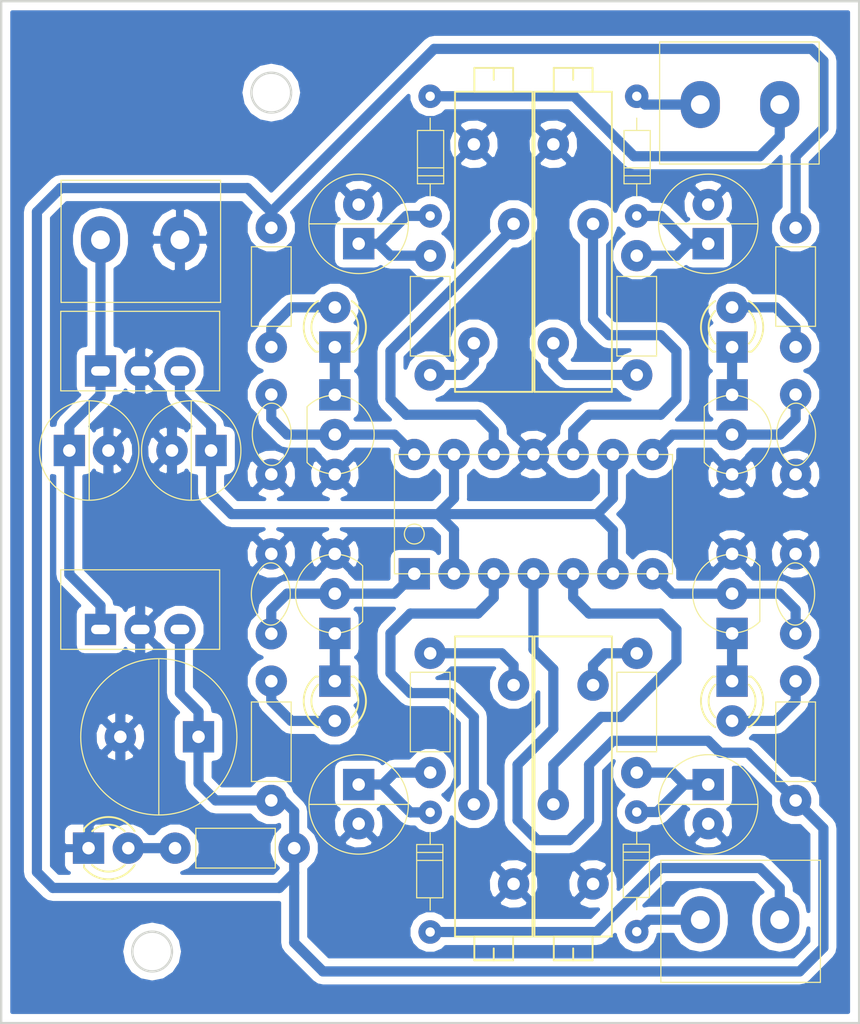
<source format=kicad_pcb>
(kicad_pcb (version 4) (host pcbnew 4.0.6)

  (general
    (links 75)
    (no_connects 0)
    (area 0 0 0 0)
    (thickness 1.6)
    (drawings 6)
    (tracks 203)
    (zones 0)
    (modules 43)
    (nets 34)
  )

  (page A4)
  (layers
    (0 F.Cu signal)
    (31 B.Cu signal)
    (32 B.Adhes user)
    (33 F.Adhes user)
    (34 B.Paste user)
    (35 F.Paste user)
    (36 B.SilkS user)
    (37 F.SilkS user)
    (38 B.Mask user)
    (39 F.Mask user)
    (40 Dwgs.User user)
    (41 Cmts.User user)
    (42 Eco1.User user hide)
    (43 Eco2.User user hide)
    (44 Edge.Cuts user)
    (45 Margin user)
    (46 B.CrtYd user)
    (47 F.CrtYd user)
    (48 B.Fab user)
    (49 F.Fab user)
  )

  (setup
    (last_trace_width 0.65)
    (trace_clearance 0.2)
    (zone_clearance 0.508)
    (zone_45_only no)
    (trace_min 0.2)
    (segment_width 0.2)
    (edge_width 0.15)
    (via_size 0.6)
    (via_drill 0.4)
    (via_min_size 0.4)
    (via_min_drill 0.3)
    (uvia_size 0.3)
    (uvia_drill 0.1)
    (uvias_allowed no)
    (uvia_min_size 0.2)
    (uvia_min_drill 0.1)
    (pcb_text_width 0.3)
    (pcb_text_size 1.5 1.5)
    (mod_edge_width 0.15)
    (mod_text_size 1 1)
    (mod_text_width 0.15)
    (pad_size 1.524 1.524)
    (pad_drill 0.762)
    (pad_to_mask_clearance 0.2)
    (aux_axis_origin 0 0)
    (visible_elements FFFFEF7F)
    (pcbplotparams
      (layerselection 0x00030_80000001)
      (usegerberextensions false)
      (excludeedgelayer true)
      (linewidth 0.400000)
      (plotframeref false)
      (viasonmask false)
      (mode 1)
      (useauxorigin false)
      (hpglpennumber 1)
      (hpglpenspeed 20)
      (hpglpendiameter 15)
      (hpglpenoverlay 2)
      (psnegative false)
      (psa4output false)
      (plotreference true)
      (plotvalue true)
      (plotinvisibletext false)
      (padsonsilk false)
      (subtractmaskfromsilk false)
      (outputformat 1)
      (mirror false)
      (drillshape 1)
      (scaleselection 1)
      (outputdirectory ""))
  )

  (net 0 "")
  (net 1 GND)
  (net 2 REF)
  (net 3 VCC)
  (net 4 "Net-(C3-Pad1)")
  (net 5 "Net-(C4-Pad1)")
  (net 6 "Net-(C5-Pad1)")
  (net 7 "Net-(C6-Pad1)")
  (net 8 "Net-(C7-Pad1)")
  (net 9 "Net-(C8-Pad1)")
  (net 10 "Net-(C9-Pad1)")
  (net 11 "Net-(C10-Pad1)")
  (net 12 "Net-(C11-Pad1)")
  (net 13 "Net-(D1-Pad2)")
  (net 14 "Net-(D2-Pad2)")
  (net 15 "Net-(D3-Pad2)")
  (net 16 "Net-(D4-Pad2)")
  (net 17 "Net-(D5-Pad2)")
  (net 18 "Net-(D6-Pad1)")
  (net 19 "Net-(D6-Pad2)")
  (net 20 "Net-(D7-Pad1)")
  (net 21 "Net-(D7-Pad2)")
  (net 22 "Net-(D8-Pad1)")
  (net 23 "Net-(D8-Pad2)")
  (net 24 "Net-(D9-Pad1)")
  (net 25 "Net-(D9-Pad2)")
  (net 26 "Net-(R2-Pad1)")
  (net 27 "Net-(R3-Pad1)")
  (net 28 "Net-(R4-Pad1)")
  (net 29 "Net-(R5-Pad1)")
  (net 30 "Net-(RV1-Pad2)")
  (net 31 "Net-(RV2-Pad2)")
  (net 32 "Net-(RV3-Pad2)")
  (net 33 "Net-(RV4-Pad2)")

  (net_class Default "Questo è il gruppo di collegamenti predefinito"
    (clearance 0.2)
    (trace_width 0.65)
    (via_dia 0.6)
    (via_drill 0.4)
    (uvia_dia 0.3)
    (uvia_drill 0.1)
    (add_net GND)
    (add_net "Net-(C10-Pad1)")
    (add_net "Net-(C11-Pad1)")
    (add_net "Net-(C3-Pad1)")
    (add_net "Net-(C4-Pad1)")
    (add_net "Net-(C5-Pad1)")
    (add_net "Net-(C6-Pad1)")
    (add_net "Net-(C7-Pad1)")
    (add_net "Net-(C8-Pad1)")
    (add_net "Net-(C9-Pad1)")
    (add_net "Net-(D1-Pad2)")
    (add_net "Net-(D2-Pad2)")
    (add_net "Net-(D3-Pad2)")
    (add_net "Net-(D4-Pad2)")
    (add_net "Net-(D5-Pad2)")
    (add_net "Net-(D6-Pad1)")
    (add_net "Net-(D6-Pad2)")
    (add_net "Net-(D7-Pad1)")
    (add_net "Net-(D7-Pad2)")
    (add_net "Net-(D8-Pad1)")
    (add_net "Net-(D8-Pad2)")
    (add_net "Net-(D9-Pad1)")
    (add_net "Net-(D9-Pad2)")
    (add_net "Net-(R2-Pad1)")
    (add_net "Net-(R3-Pad1)")
    (add_net "Net-(R4-Pad1)")
    (add_net "Net-(R5-Pad1)")
    (add_net "Net-(RV1-Pad2)")
    (add_net "Net-(RV2-Pad2)")
    (add_net "Net-(RV3-Pad2)")
    (add_net "Net-(RV4-Pad2)")
    (add_net REF)
    (add_net VCC)
  )

  (module Impronte:Cap_6.3 (layer F.Cu) (tedit 594475DF) (tstamp 59AA5E45)
    (at 55.626 25.4 90)
    (descr "Radial Electrolytic Capacitor, Diameter 6.3mm x Length 11.2mm, Pitch 2.5mm")
    (tags "Electrolytic Capacitor")
    (path /59AA8609)
    (fp_text reference C6 (at -0.254 -2.2225 90) (layer Eco1.User)
      (effects (font (size 0.5 0.5) (thickness 0.1)))
    )
    (fp_text value 4.7u (at -0.889 2.2225 90) (layer Eco2.User)
      (effects (font (size 0.5 0.5) (thickness 0.1)))
    )
    (fp_line (start 0 -3.1496) (end 0 3.1496) (layer F.SilkS) (width 0.075))
    (fp_circle (center 0 0) (end 3.175 -0.127) (layer F.SilkS) (width 0.075))
    (pad 2 thru_hole circle (at 1.23 0 90) (size 2 2) (drill 0.8) (layers *.Cu *.Mask)
      (net 1 GND))
    (pad 1 thru_hole rect (at -1.27 0 90) (size 2 2) (drill 0.8) (layers *.Cu *.Mask)
      (net 7 "Net-(C6-Pad1)"))
    (model Capacitors_ThroughHole.3dshapes/C_Radial_D6.3_L11.2_P2.5.wrl
      (at (xyz -0.05 0 0))
      (scale (xyz 1 1 1))
      (rotate (xyz 0 0 0))
    )
  )

  (module Impronte:Cap_6.3 (layer F.Cu) (tedit 594475DF) (tstamp 59AA5E27)
    (at 22.566 39.878 180)
    (descr "Radial Electrolytic Capacitor, Diameter 6.3mm x Length 11.2mm, Pitch 2.5mm")
    (tags "Electrolytic Capacitor")
    (path /59A95C23)
    (fp_text reference C1 (at -0.254 -2.2225 180) (layer Eco1.User)
      (effects (font (size 0.5 0.5) (thickness 0.1)))
    )
    (fp_text value 10u (at -0.889 2.2225 180) (layer Eco2.User)
      (effects (font (size 0.5 0.5) (thickness 0.1)))
    )
    (fp_line (start 0 -3.1496) (end 0 3.1496) (layer F.SilkS) (width 0.075))
    (fp_circle (center 0 0) (end 3.175 -0.127) (layer F.SilkS) (width 0.075))
    (pad 2 thru_hole circle (at 1.23 0 180) (size 2 2) (drill 0.8) (layers *.Cu *.Mask)
      (net 1 GND))
    (pad 1 thru_hole rect (at -1.27 0 180) (size 2 2) (drill 0.8) (layers *.Cu *.Mask)
      (net 2 REF))
    (model Capacitors_ThroughHole.3dshapes/C_Radial_D6.3_L11.2_P2.5.wrl
      (at (xyz -0.05 0 0))
      (scale (xyz 1 1 1))
      (rotate (xyz 0 0 0))
    )
  )

  (module Impronte:Cap_10 (layer F.Cu) (tedit 594475BF) (tstamp 59AA5E2D)
    (at 20.494 58.166 180)
    (descr "Radial Electrolytic Capacitor Diameter 10mm x Length 13mm, Pitch 5mm")
    (tags "Electrolytic Capacitor")
    (path /59A68AF7)
    (fp_text reference C2 (at -0.762 -2.286 180) (layer Eco1.User)
      (effects (font (size 0.5 0.5) (thickness 0.1)))
    )
    (fp_text value 100u (at -0.254 2.286 180) (layer Eco2.User)
      (effects (font (size 0.5 0.5) (thickness 0.1)))
    )
    (fp_circle (center 0 0) (end 4.953 0.635) (layer F.SilkS) (width 0.075))
    (fp_line (start 0 -4.953) (end 0 4.953) (layer F.SilkS) (width 0.075))
    (pad 1 thru_hole rect (at -2.54 0 180) (size 2 2) (drill 0.8) (layers *.Cu *.Mask)
      (net 3 VCC))
    (pad 2 thru_hole circle (at 2.46 0 180) (size 2 2) (drill 0.8) (layers *.Cu *.Mask)
      (net 1 GND))
    (model Capacitors_ThroughHole.3dshapes/C_Radial_D10_L13_P5.wrl
      (at (xyz 0 0 0))
      (scale (xyz 1 1 1))
      (rotate (xyz 0 0 90))
    )
  )

  (module Impronte:Cap_6.3 (layer F.Cu) (tedit 594475DF) (tstamp 59AA5E33)
    (at 16.042 39.878)
    (descr "Radial Electrolytic Capacitor, Diameter 6.3mm x Length 11.2mm, Pitch 2.5mm")
    (tags "Electrolytic Capacitor")
    (path /59A95B50)
    (fp_text reference C3 (at -0.254 -2.2225) (layer Eco1.User)
      (effects (font (size 0.5 0.5) (thickness 0.1)))
    )
    (fp_text value 10u (at -0.889 2.2225) (layer Eco2.User)
      (effects (font (size 0.5 0.5) (thickness 0.1)))
    )
    (fp_line (start 0 -3.1496) (end 0 3.1496) (layer F.SilkS) (width 0.075))
    (fp_circle (center 0 0) (end 3.175 -0.127) (layer F.SilkS) (width 0.075))
    (pad 2 thru_hole circle (at 1.23 0) (size 2 2) (drill 0.8) (layers *.Cu *.Mask)
      (net 1 GND))
    (pad 1 thru_hole rect (at -1.27 0) (size 2 2) (drill 0.8) (layers *.Cu *.Mask)
      (net 4 "Net-(C3-Pad1)"))
    (model Capacitors_ThroughHole.3dshapes/C_Radial_D6.3_L11.2_P2.5.wrl
      (at (xyz -0.05 0 0))
      (scale (xyz 1 1 1))
      (rotate (xyz 0 0 0))
    )
  )

  (module Impronte:Cap_6.3 (layer F.Cu) (tedit 594475DF) (tstamp 59AA5E39)
    (at 33.274 62.484 270)
    (descr "Radial Electrolytic Capacitor, Diameter 6.3mm x Length 11.2mm, Pitch 2.5mm")
    (tags "Electrolytic Capacitor")
    (path /59AA6F56)
    (fp_text reference C4 (at -0.254 -2.2225 270) (layer Eco1.User)
      (effects (font (size 0.5 0.5) (thickness 0.1)))
    )
    (fp_text value 4.7u (at -0.889 2.2225 270) (layer Eco2.User)
      (effects (font (size 0.5 0.5) (thickness 0.1)))
    )
    (fp_line (start 0 -3.1496) (end 0 3.1496) (layer F.SilkS) (width 0.075))
    (fp_circle (center 0 0) (end 3.175 -0.127) (layer F.SilkS) (width 0.075))
    (pad 2 thru_hole circle (at 1.23 0 270) (size 2 2) (drill 0.8) (layers *.Cu *.Mask)
      (net 1 GND))
    (pad 1 thru_hole rect (at -1.27 0 270) (size 2 2) (drill 0.8) (layers *.Cu *.Mask)
      (net 5 "Net-(C4-Pad1)"))
    (model Capacitors_ThroughHole.3dshapes/C_Radial_D6.3_L11.2_P2.5.wrl
      (at (xyz -0.05 0 0))
      (scale (xyz 1 1 1))
      (rotate (xyz 0 0 0))
    )
  )

  (module Impronte:Cap_6.3 (layer F.Cu) (tedit 594475DF) (tstamp 59AA5E3F)
    (at 55.626 62.484 270)
    (descr "Radial Electrolytic Capacitor, Diameter 6.3mm x Length 11.2mm, Pitch 2.5mm")
    (tags "Electrolytic Capacitor")
    (path /59AA7D33)
    (fp_text reference C5 (at -0.254 -2.2225 270) (layer Eco1.User)
      (effects (font (size 0.5 0.5) (thickness 0.1)))
    )
    (fp_text value 4.7u (at -0.889 2.2225 270) (layer Eco2.User)
      (effects (font (size 0.5 0.5) (thickness 0.1)))
    )
    (fp_line (start 0 -3.1496) (end 0 3.1496) (layer F.SilkS) (width 0.075))
    (fp_circle (center 0 0) (end 3.175 -0.127) (layer F.SilkS) (width 0.075))
    (pad 2 thru_hole circle (at 1.23 0 270) (size 2 2) (drill 0.8) (layers *.Cu *.Mask)
      (net 1 GND))
    (pad 1 thru_hole rect (at -1.27 0 270) (size 2 2) (drill 0.8) (layers *.Cu *.Mask)
      (net 6 "Net-(C5-Pad1)"))
    (model Capacitors_ThroughHole.3dshapes/C_Radial_D6.3_L11.2_P2.5.wrl
      (at (xyz -0.05 0 0))
      (scale (xyz 1 1 1))
      (rotate (xyz 0 0 0))
    )
  )

  (module Impronte:Cap_6.3 (layer F.Cu) (tedit 594475DF) (tstamp 59AA5E4B)
    (at 33.274 25.4 90)
    (descr "Radial Electrolytic Capacitor, Diameter 6.3mm x Length 11.2mm, Pitch 2.5mm")
    (tags "Electrolytic Capacitor")
    (path /59AA8862)
    (fp_text reference C7 (at -0.254 -2.2225 90) (layer Eco1.User)
      (effects (font (size 0.5 0.5) (thickness 0.1)))
    )
    (fp_text value 4.7u (at -0.889 2.2225 90) (layer Eco2.User)
      (effects (font (size 0.5 0.5) (thickness 0.1)))
    )
    (fp_line (start 0 -3.1496) (end 0 3.1496) (layer F.SilkS) (width 0.075))
    (fp_circle (center 0 0) (end 3.175 -0.127) (layer F.SilkS) (width 0.075))
    (pad 2 thru_hole circle (at 1.23 0 90) (size 2 2) (drill 0.8) (layers *.Cu *.Mask)
      (net 1 GND))
    (pad 1 thru_hole rect (at -1.27 0 90) (size 2 2) (drill 0.8) (layers *.Cu *.Mask)
      (net 8 "Net-(C7-Pad1)"))
    (model Capacitors_ThroughHole.3dshapes/C_Radial_D6.3_L11.2_P2.5.wrl
      (at (xyz -0.05 0 0))
      (scale (xyz 1 1 1))
      (rotate (xyz 0 0 0))
    )
  )

  (module Impronte:Cap_5x2.7 (layer F.Cu) (tedit 59439273) (tstamp 59AA5E51)
    (at 26.386 51.582 90)
    (path /59A6ED91)
    (fp_text reference C8 (at 1.016 -0.254 90) (layer Eco1.User)
      (effects (font (size 0.5 0.5) (thickness 0.1)))
    )
    (fp_text value 1u (at 2.159 1.27 90) (layer Eco2.User)
      (effects (font (size 0.5 0.5) (thickness 0.1)))
    )
    (fp_arc (start 1.27 1.27) (end 0.762 1.778) (angle 90) (layer F.SilkS) (width 0.075))
    (fp_arc (start 2.54 0) (end 4.318 1.778) (angle 90) (layer F.SilkS) (width 0.075))
    (fp_arc (start 3.81 1.27) (end 4.318 0.762) (angle 90) (layer F.SilkS) (width 0.075))
    (fp_arc (start 2.54 2.54) (end 0.762 0.762) (angle 90) (layer F.SilkS) (width 0.075))
    (pad 1 thru_hole circle (at 0 1.3 90) (size 2 2) (drill 0.8) (layers *.Cu *.Mask)
      (net 9 "Net-(C8-Pad1)"))
    (pad 2 thru_hole circle (at 5.1 1.3 90) (size 2 2) (drill 0.8) (layers *.Cu *.Mask)
      (net 1 GND))
    (model Capacitors_ThroughHole.3dshapes/C_Disc_D3_P2.5.wrl
      (at (xyz 0.1 -0.05 0.075))
      (scale (xyz 2 2 2))
      (rotate (xyz 0 0 0))
    )
  )

  (module Impronte:Cap_5x2.7 (layer F.Cu) (tedit 59439273) (tstamp 59AA5E57)
    (at 59.914 51.582 90)
    (path /59A6FECC)
    (fp_text reference C9 (at 1.016 -0.254 90) (layer Eco1.User)
      (effects (font (size 0.5 0.5) (thickness 0.1)))
    )
    (fp_text value 1u (at 2.159 1.27 90) (layer Eco2.User)
      (effects (font (size 0.5 0.5) (thickness 0.1)))
    )
    (fp_arc (start 1.27 1.27) (end 0.762 1.778) (angle 90) (layer F.SilkS) (width 0.075))
    (fp_arc (start 2.54 0) (end 4.318 1.778) (angle 90) (layer F.SilkS) (width 0.075))
    (fp_arc (start 3.81 1.27) (end 4.318 0.762) (angle 90) (layer F.SilkS) (width 0.075))
    (fp_arc (start 2.54 2.54) (end 0.762 0.762) (angle 90) (layer F.SilkS) (width 0.075))
    (pad 1 thru_hole circle (at 0 1.3 90) (size 2 2) (drill 0.8) (layers *.Cu *.Mask)
      (net 10 "Net-(C9-Pad1)"))
    (pad 2 thru_hole circle (at 5.1 1.3 90) (size 2 2) (drill 0.8) (layers *.Cu *.Mask)
      (net 1 GND))
    (model Capacitors_ThroughHole.3dshapes/C_Disc_D3_P2.5.wrl
      (at (xyz 0.1 -0.05 0.075))
      (scale (xyz 2 2 2))
      (rotate (xyz 0 0 0))
    )
  )

  (module Impronte:Cap_5x2.7 (layer F.Cu) (tedit 59439273) (tstamp 59AA5E5D)
    (at 62.514 36.302 270)
    (path /59A70116)
    (fp_text reference C10 (at 1.016 -0.254 270) (layer Eco1.User)
      (effects (font (size 0.5 0.5) (thickness 0.1)))
    )
    (fp_text value 1u (at 2.159 1.27 270) (layer Eco2.User)
      (effects (font (size 0.5 0.5) (thickness 0.1)))
    )
    (fp_arc (start 1.27 1.27) (end 0.762 1.778) (angle 90) (layer F.SilkS) (width 0.075))
    (fp_arc (start 2.54 0) (end 4.318 1.778) (angle 90) (layer F.SilkS) (width 0.075))
    (fp_arc (start 3.81 1.27) (end 4.318 0.762) (angle 90) (layer F.SilkS) (width 0.075))
    (fp_arc (start 2.54 2.54) (end 0.762 0.762) (angle 90) (layer F.SilkS) (width 0.075))
    (pad 1 thru_hole circle (at 0 1.3 270) (size 2 2) (drill 0.8) (layers *.Cu *.Mask)
      (net 11 "Net-(C10-Pad1)"))
    (pad 2 thru_hole circle (at 5.1 1.3 270) (size 2 2) (drill 0.8) (layers *.Cu *.Mask)
      (net 1 GND))
    (model Capacitors_ThroughHole.3dshapes/C_Disc_D3_P2.5.wrl
      (at (xyz 0.1 -0.05 0.075))
      (scale (xyz 2 2 2))
      (rotate (xyz 0 0 0))
    )
  )

  (module Impronte:Cap_5x2.7 (layer F.Cu) (tedit 59439273) (tstamp 59AA5E63)
    (at 28.986 36.302 270)
    (path /59A7055C)
    (fp_text reference C11 (at 1.016 -0.254 270) (layer Eco1.User)
      (effects (font (size 0.5 0.5) (thickness 0.1)))
    )
    (fp_text value 1u (at 2.159 1.27 270) (layer Eco2.User)
      (effects (font (size 0.5 0.5) (thickness 0.1)))
    )
    (fp_arc (start 1.27 1.27) (end 0.762 1.778) (angle 90) (layer F.SilkS) (width 0.075))
    (fp_arc (start 2.54 0) (end 4.318 1.778) (angle 90) (layer F.SilkS) (width 0.075))
    (fp_arc (start 3.81 1.27) (end 4.318 0.762) (angle 90) (layer F.SilkS) (width 0.075))
    (fp_arc (start 2.54 2.54) (end 0.762 0.762) (angle 90) (layer F.SilkS) (width 0.075))
    (pad 1 thru_hole circle (at 0 1.3 270) (size 2 2) (drill 0.8) (layers *.Cu *.Mask)
      (net 12 "Net-(C11-Pad1)"))
    (pad 2 thru_hole circle (at 5.1 1.3 270) (size 2 2) (drill 0.8) (layers *.Cu *.Mask)
      (net 1 GND))
    (model Capacitors_ThroughHole.3dshapes/C_Disc_D3_P2.5.wrl
      (at (xyz 0.1 -0.05 0.075))
      (scale (xyz 2 2 2))
      (rotate (xyz 0 0 0))
    )
  )

  (module Impronte:DO-35 (layer F.Cu) (tedit 59A7E747) (tstamp 59AA5E6F)
    (at 37.846 67.078 270)
    (path /59A6945A)
    (fp_text reference D2 (at -2.786 -1.25 270) (layer Eco1.User)
      (effects (font (size 0.5 0.5) (thickness 0.1)))
    )
    (fp_text value 1n4148 (at 1.214 -1.25 270) (layer Eco2.User)
      (effects (font (size 0.5 0.5) (thickness 0.1)))
    )
    (fp_line (start -2.032 0) (end -2.794 0) (layer F.SilkS) (width 0.075))
    (fp_line (start 1.397 0) (end 2.159 0) (layer F.SilkS) (width 0.075))
    (fp_line (start -1.524 -0.8128) (end -1.524 0.8636) (layer F.SilkS) (width 0.075))
    (fp_line (start -1.016 -0.8128) (end -1.016 0.8636) (layer F.SilkS) (width 0.075))
    (fp_line (start -2.032 -0.8128) (end 1.3716 -0.8128) (layer F.SilkS) (width 0.075))
    (fp_line (start -2.032 0.8636) (end -2.032 -0.8128) (layer F.SilkS) (width 0.075))
    (fp_line (start 1.3716 0.8636) (end -2.032 0.8636) (layer F.SilkS) (width 0.075))
    (fp_line (start 1.3716 -0.8128) (end 1.3716 0.8636) (layer F.SilkS) (width 0.075))
    (pad 1 thru_hole circle (at -4.086 0 270) (size 1.5 1.5) (drill 0.6) (layers *.Cu B.Mask)
      (net 5 "Net-(C4-Pad1)"))
    (pad 2 thru_hole circle (at 3.556 0 270) (size 1.5 1.5) (drill 0.6) (layers *.Cu B.Mask)
      (net 14 "Net-(D2-Pad2)"))
    (model Diodes_ThroughHole.3dshapes/D_DO-35_SOD27_P7.62mm_Horizontal.wrl
      (at (xyz -0.165 0 0))
      (scale (xyz 0.4 0.4 0.4))
      (rotate (xyz 0 0 0))
    )
  )

  (module Impronte:DO-35 (layer F.Cu) (tedit 59A7E747) (tstamp 59AA5E75)
    (at 51.054 67.056 270)
    (path /59AA7D18)
    (fp_text reference D3 (at -2.786 -1.25 270) (layer Eco1.User)
      (effects (font (size 0.5 0.5) (thickness 0.1)))
    )
    (fp_text value 1n4148 (at 1.214 -1.25 270) (layer Eco2.User)
      (effects (font (size 0.5 0.5) (thickness 0.1)))
    )
    (fp_line (start -2.032 0) (end -2.794 0) (layer F.SilkS) (width 0.075))
    (fp_line (start 1.397 0) (end 2.159 0) (layer F.SilkS) (width 0.075))
    (fp_line (start -1.524 -0.8128) (end -1.524 0.8636) (layer F.SilkS) (width 0.075))
    (fp_line (start -1.016 -0.8128) (end -1.016 0.8636) (layer F.SilkS) (width 0.075))
    (fp_line (start -2.032 -0.8128) (end 1.3716 -0.8128) (layer F.SilkS) (width 0.075))
    (fp_line (start -2.032 0.8636) (end -2.032 -0.8128) (layer F.SilkS) (width 0.075))
    (fp_line (start 1.3716 0.8636) (end -2.032 0.8636) (layer F.SilkS) (width 0.075))
    (fp_line (start 1.3716 -0.8128) (end 1.3716 0.8636) (layer F.SilkS) (width 0.075))
    (pad 1 thru_hole circle (at -4.086 0 270) (size 1.5 1.5) (drill 0.6) (layers *.Cu B.Mask)
      (net 6 "Net-(C5-Pad1)"))
    (pad 2 thru_hole circle (at 3.556 0 270) (size 1.5 1.5) (drill 0.6) (layers *.Cu B.Mask)
      (net 15 "Net-(D3-Pad2)"))
    (model Diodes_ThroughHole.3dshapes/D_DO-35_SOD27_P7.62mm_Horizontal.wrl
      (at (xyz -0.165 0 0))
      (scale (xyz 0.4 0.4 0.4))
      (rotate (xyz 0 0 0))
    )
  )

  (module Impronte:DO-35 (layer F.Cu) (tedit 59A7E747) (tstamp 59AA5E7B)
    (at 51.054 20.806 90)
    (path /59AA85EE)
    (fp_text reference D4 (at -2.786 -1.25 90) (layer Eco1.User)
      (effects (font (size 0.5 0.5) (thickness 0.1)))
    )
    (fp_text value 1n4148 (at 1.214 -1.25 90) (layer Eco2.User)
      (effects (font (size 0.5 0.5) (thickness 0.1)))
    )
    (fp_line (start -2.032 0) (end -2.794 0) (layer F.SilkS) (width 0.075))
    (fp_line (start 1.397 0) (end 2.159 0) (layer F.SilkS) (width 0.075))
    (fp_line (start -1.524 -0.8128) (end -1.524 0.8636) (layer F.SilkS) (width 0.075))
    (fp_line (start -1.016 -0.8128) (end -1.016 0.8636) (layer F.SilkS) (width 0.075))
    (fp_line (start -2.032 -0.8128) (end 1.3716 -0.8128) (layer F.SilkS) (width 0.075))
    (fp_line (start -2.032 0.8636) (end -2.032 -0.8128) (layer F.SilkS) (width 0.075))
    (fp_line (start 1.3716 0.8636) (end -2.032 0.8636) (layer F.SilkS) (width 0.075))
    (fp_line (start 1.3716 -0.8128) (end 1.3716 0.8636) (layer F.SilkS) (width 0.075))
    (pad 1 thru_hole circle (at -4.086 0 90) (size 1.5 1.5) (drill 0.6) (layers *.Cu B.Mask)
      (net 7 "Net-(C6-Pad1)"))
    (pad 2 thru_hole circle (at 3.556 0 90) (size 1.5 1.5) (drill 0.6) (layers *.Cu B.Mask)
      (net 16 "Net-(D4-Pad2)"))
    (model Diodes_ThroughHole.3dshapes/D_DO-35_SOD27_P7.62mm_Horizontal.wrl
      (at (xyz -0.165 0 0))
      (scale (xyz 0.4 0.4 0.4))
      (rotate (xyz 0 0 0))
    )
  )

  (module Impronte:DO-35 (layer F.Cu) (tedit 59A7E747) (tstamp 59AA5E81)
    (at 37.846 20.806 90)
    (path /59AA8847)
    (fp_text reference D5 (at -2.786 -1.25 90) (layer Eco1.User)
      (effects (font (size 0.5 0.5) (thickness 0.1)))
    )
    (fp_text value 1n4148 (at 1.214 -1.25 90) (layer Eco2.User)
      (effects (font (size 0.5 0.5) (thickness 0.1)))
    )
    (fp_line (start -2.032 0) (end -2.794 0) (layer F.SilkS) (width 0.075))
    (fp_line (start 1.397 0) (end 2.159 0) (layer F.SilkS) (width 0.075))
    (fp_line (start -1.524 -0.8128) (end -1.524 0.8636) (layer F.SilkS) (width 0.075))
    (fp_line (start -1.016 -0.8128) (end -1.016 0.8636) (layer F.SilkS) (width 0.075))
    (fp_line (start -2.032 -0.8128) (end 1.3716 -0.8128) (layer F.SilkS) (width 0.075))
    (fp_line (start -2.032 0.8636) (end -2.032 -0.8128) (layer F.SilkS) (width 0.075))
    (fp_line (start 1.3716 0.8636) (end -2.032 0.8636) (layer F.SilkS) (width 0.075))
    (fp_line (start 1.3716 -0.8128) (end 1.3716 0.8636) (layer F.SilkS) (width 0.075))
    (pad 1 thru_hole circle (at -4.086 0 90) (size 1.5 1.5) (drill 0.6) (layers *.Cu B.Mask)
      (net 8 "Net-(C7-Pad1)"))
    (pad 2 thru_hole circle (at 3.556 0 90) (size 1.5 1.5) (drill 0.6) (layers *.Cu B.Mask)
      (net 17 "Net-(D5-Pad2)"))
    (model Diodes_ThroughHole.3dshapes/D_DO-35_SOD27_P7.62mm_Horizontal.wrl
      (at (xyz -0.165 0 0))
      (scale (xyz 0.4 0.4 0.4))
      (rotate (xyz 0 0 0))
    )
  )

  (module Impronte:AK300-2 (layer F.Cu) (tedit 5943A25F) (tstamp 59AA5E9F)
    (at 21.844 26.416 180)
    (descr CONNECTOR)
    (tags CONNECTOR)
    (path /59A689FA)
    (attr virtual)
    (fp_text reference J1 (at -1.2 -3.2 180) (layer Eco1.User)
      (effects (font (size 0.5 0.5) (thickness 0.1)))
    )
    (fp_text value Sup (at 1.8 -2.4 180) (layer Eco2.User)
      (effects (font (size 0.5 0.5) (thickness 0.1)))
    )
    (fp_line (start 7.6 3.8) (end 7.6 -4) (layer F.SilkS) (width 0.075))
    (fp_line (start -2.6 3.8) (end 7.6 3.8) (layer F.SilkS) (width 0.075))
    (fp_line (start -2.6 -4) (end -2.6 3.8) (layer F.SilkS) (width 0.075))
    (fp_line (start 7.6 -4) (end -2.6 -4) (layer F.SilkS) (width 0.075))
    (pad 1 thru_hole oval (at 0 0 180) (size 2.5 3) (drill 1.2) (layers *.Cu F.Paste F.Mask)
      (net 1 GND))
    (pad 2 thru_hole oval (at 5.08 0 180) (size 2.5 3) (drill 1.2) (layers *.Cu F.Paste F.Mask)
      (net 4 "Net-(C3-Pad1)"))
    (model "F:/Dropbox/Elettronica/Kicad/Modelli 3D/AK300-2.wrl"
      (at (xyz 0 0 0))
      (scale (xyz 1 1 1))
      (rotate (xyz -90 0 0))
    )
  )

  (module Impronte:AK300-2 (layer F.Cu) (tedit 5943A25F) (tstamp 59AA5EA5)
    (at 60.198 69.85 180)
    (descr CONNECTOR)
    (tags CONNECTOR)
    (path /59A68DA7)
    (attr virtual)
    (fp_text reference J2 (at -1.2 -3.2 180) (layer Eco1.User)
      (effects (font (size 0.5 0.5) (thickness 0.1)))
    )
    (fp_text value Sx&Dx (at 1.8 -2.4 180) (layer Eco2.User)
      (effects (font (size 0.5 0.5) (thickness 0.1)))
    )
    (fp_line (start 7.6 3.8) (end 7.6 -4) (layer F.SilkS) (width 0.075))
    (fp_line (start -2.6 3.8) (end 7.6 3.8) (layer F.SilkS) (width 0.075))
    (fp_line (start -2.6 -4) (end -2.6 3.8) (layer F.SilkS) (width 0.075))
    (fp_line (start 7.6 -4) (end -2.6 -4) (layer F.SilkS) (width 0.075))
    (pad 1 thru_hole oval (at 0 0 180) (size 2.5 3) (drill 1.2) (layers *.Cu F.Paste F.Mask)
      (net 14 "Net-(D2-Pad2)"))
    (pad 2 thru_hole oval (at 5.08 0 180) (size 2.5 3) (drill 1.2) (layers *.Cu F.Paste F.Mask)
      (net 15 "Net-(D3-Pad2)"))
    (model "F:/Dropbox/Elettronica/Kicad/Modelli 3D/AK300-2.wrl"
      (at (xyz 0 0 0))
      (scale (xyz 1 1 1))
      (rotate (xyz -90 0 0))
    )
  )

  (module Impronte:AK300-2 (layer F.Cu) (tedit 5943A25F) (tstamp 59AA5EAB)
    (at 55.118 17.78)
    (descr CONNECTOR)
    (tags CONNECTOR)
    (path /59A6CF08)
    (attr virtual)
    (fp_text reference J3 (at -1.2 -3.2) (layer Eco1.User)
      (effects (font (size 0.5 0.5) (thickness 0.1)))
    )
    (fp_text value Sub (at 1.8 -2.4) (layer Eco2.User)
      (effects (font (size 0.5 0.5) (thickness 0.1)))
    )
    (fp_line (start 7.6 3.8) (end 7.6 -4) (layer F.SilkS) (width 0.075))
    (fp_line (start -2.6 3.8) (end 7.6 3.8) (layer F.SilkS) (width 0.075))
    (fp_line (start -2.6 -4) (end -2.6 3.8) (layer F.SilkS) (width 0.075))
    (fp_line (start 7.6 -4) (end -2.6 -4) (layer F.SilkS) (width 0.075))
    (pad 1 thru_hole oval (at 0 0) (size 2.5 3) (drill 1.2) (layers *.Cu F.Paste F.Mask)
      (net 16 "Net-(D4-Pad2)"))
    (pad 2 thru_hole oval (at 5.08 0) (size 2.5 3) (drill 1.2) (layers *.Cu F.Paste F.Mask)
      (net 17 "Net-(D5-Pad2)"))
    (model "F:/Dropbox/Elettronica/Kicad/Modelli 3D/AK300-2.wrl"
      (at (xyz 0 0 0))
      (scale (xyz 1 1 1))
      (rotate (xyz -90 0 0))
    )
  )

  (module Impronte:TO-92 (layer F.Cu) (tedit 59438B32) (tstamp 59AA5EB2)
    (at 31.75 51.562 90)
    (descr "TO-92 leads in-line, wide, drill 0.8mm (see NXP sot054_po.pdf)")
    (tags "to-92 sc-43 sc-43a sot54 PA33 transistor")
    (path /59A68CF1)
    (fp_text reference Q1 (at 2.85 -2.85 90) (layer Eco1.User)
      (effects (font (size 0.5 0.5) (thickness 0.1)))
    )
    (fp_text value BC337 (at 2.85 2.2 90) (layer Eco2.User)
      (effects (font (size 0.5 0.5) (thickness 0.1)))
    )
    (fp_line (start 4.318 1.778) (end 0.762 1.778) (layer F.SilkS) (width 0.075))
    (fp_arc (start 2.54 0) (end 0.762 1.778) (angle 270) (layer F.SilkS) (width 0.075))
    (pad 2 thru_hole circle (at 2.54 0 180) (size 2 2) (drill 0.8) (layers *.Cu *.Mask)
      (net 9 "Net-(C8-Pad1)"))
    (pad 3 thru_hole circle (at 5.08 0 180) (size 2 2) (drill 0.8) (layers *.Cu *.Mask)
      (net 1 GND))
    (pad 1 thru_hole rect (at 0 0 180) (size 2 2) (drill 0.8) (layers *.Cu *.Mask)
      (net 18 "Net-(D6-Pad1)"))
    (model TO_SOT_Packages_THT.3dshapes/TO-92_Inline_Wide.wrl
      (at (xyz 0.1 0 0))
      (scale (xyz 1 1 1))
      (rotate (xyz 0 0 -90))
    )
  )

  (module Impronte:TO-92 (layer F.Cu) (tedit 59438B32) (tstamp 59AA5EB9)
    (at 57.15 51.562 90)
    (descr "TO-92 leads in-line, wide, drill 0.8mm (see NXP sot054_po.pdf)")
    (tags "to-92 sc-43 sc-43a sot54 PA33 transistor")
    (path /59A6FEC6)
    (fp_text reference Q2 (at 2.85 -2.85 90) (layer Eco1.User)
      (effects (font (size 0.5 0.5) (thickness 0.1)))
    )
    (fp_text value BC337 (at 2.85 2.2 90) (layer Eco2.User)
      (effects (font (size 0.5 0.5) (thickness 0.1)))
    )
    (fp_line (start 4.318 1.778) (end 0.762 1.778) (layer F.SilkS) (width 0.075))
    (fp_arc (start 2.54 0) (end 0.762 1.778) (angle 270) (layer F.SilkS) (width 0.075))
    (pad 2 thru_hole circle (at 2.54 0 180) (size 2 2) (drill 0.8) (layers *.Cu *.Mask)
      (net 10 "Net-(C9-Pad1)"))
    (pad 3 thru_hole circle (at 5.08 0 180) (size 2 2) (drill 0.8) (layers *.Cu *.Mask)
      (net 1 GND))
    (pad 1 thru_hole rect (at 0 0 180) (size 2 2) (drill 0.8) (layers *.Cu *.Mask)
      (net 20 "Net-(D7-Pad1)"))
    (model TO_SOT_Packages_THT.3dshapes/TO-92_Inline_Wide.wrl
      (at (xyz 0.1 0 0))
      (scale (xyz 1 1 1))
      (rotate (xyz 0 0 -90))
    )
  )

  (module Impronte:TO-92 (layer F.Cu) (tedit 59438B32) (tstamp 59AA5EC0)
    (at 57.15 36.322 270)
    (descr "TO-92 leads in-line, wide, drill 0.8mm (see NXP sot054_po.pdf)")
    (tags "to-92 sc-43 sc-43a sot54 PA33 transistor")
    (path /59A70110)
    (fp_text reference Q3 (at 2.85 -2.85 270) (layer Eco1.User)
      (effects (font (size 0.5 0.5) (thickness 0.1)))
    )
    (fp_text value BC337 (at 2.85 2.2 270) (layer Eco2.User)
      (effects (font (size 0.5 0.5) (thickness 0.1)))
    )
    (fp_line (start 4.318 1.778) (end 0.762 1.778) (layer F.SilkS) (width 0.075))
    (fp_arc (start 2.54 0) (end 0.762 1.778) (angle 270) (layer F.SilkS) (width 0.075))
    (pad 2 thru_hole circle (at 2.54 0) (size 2 2) (drill 0.8) (layers *.Cu *.Mask)
      (net 11 "Net-(C10-Pad1)"))
    (pad 3 thru_hole circle (at 5.08 0) (size 2 2) (drill 0.8) (layers *.Cu *.Mask)
      (net 1 GND))
    (pad 1 thru_hole rect (at 0 0) (size 2 2) (drill 0.8) (layers *.Cu *.Mask)
      (net 22 "Net-(D8-Pad1)"))
    (model TO_SOT_Packages_THT.3dshapes/TO-92_Inline_Wide.wrl
      (at (xyz 0.1 0 0))
      (scale (xyz 1 1 1))
      (rotate (xyz 0 0 -90))
    )
  )

  (module Impronte:TO-92 (layer F.Cu) (tedit 59438B32) (tstamp 59AA5EC7)
    (at 31.75 36.322 270)
    (descr "TO-92 leads in-line, wide, drill 0.8mm (see NXP sot054_po.pdf)")
    (tags "to-92 sc-43 sc-43a sot54 PA33 transistor")
    (path /59A70556)
    (fp_text reference Q4 (at 2.85 -2.85 270) (layer Eco1.User)
      (effects (font (size 0.5 0.5) (thickness 0.1)))
    )
    (fp_text value BC337 (at 2.85 2.2 270) (layer Eco2.User)
      (effects (font (size 0.5 0.5) (thickness 0.1)))
    )
    (fp_line (start 4.318 1.778) (end 0.762 1.778) (layer F.SilkS) (width 0.075))
    (fp_arc (start 2.54 0) (end 0.762 1.778) (angle 270) (layer F.SilkS) (width 0.075))
    (pad 2 thru_hole circle (at 2.54 0) (size 2 2) (drill 0.8) (layers *.Cu *.Mask)
      (net 12 "Net-(C11-Pad1)"))
    (pad 3 thru_hole circle (at 5.08 0) (size 2 2) (drill 0.8) (layers *.Cu *.Mask)
      (net 1 GND))
    (pad 1 thru_hole rect (at 0 0) (size 2 2) (drill 0.8) (layers *.Cu *.Mask)
      (net 24 "Net-(D9-Pad1)"))
    (model TO_SOT_Packages_THT.3dshapes/TO-92_Inline_Wide.wrl
      (at (xyz 0.1 0 0))
      (scale (xyz 1 1 1))
      (rotate (xyz 0 0 -90))
    )
  )

  (module Impronte:Res_Orizz_7mm (layer F.Cu) (tedit 59438C30) (tstamp 59AA5ECD)
    (at 25.4 65.278 180)
    (descr "Resistor, Axial,  RM 10mm, 1/3W")
    (tags "Resistor Axial RM 10mm 1/3W")
    (path /59A73261)
    (fp_text reference R1 (at -1.4 -0.85 180) (layer Eco1.User)
      (effects (font (size 0.5 0.5) (thickness 0.1)))
    )
    (fp_text value 910 (at 0.35 0 180) (layer Eco2.User)
      (effects (font (size 0.5 0.5) (thickness 0.1)))
    )
    (fp_line (start -2.54 1.27) (end -2.54 -1.27) (layer F.SilkS) (width 0.075))
    (fp_line (start 2.54 1.27) (end -2.54 1.27) (layer F.SilkS) (width 0.075))
    (fp_line (start 2.54 1.27) (end 2.54 -1.27) (layer F.SilkS) (width 0.075))
    (fp_line (start 2.54 -1.27) (end -2.54 -1.27) (layer F.SilkS) (width 0.075))
    (pad 1 thru_hole circle (at -3.75 0 180) (size 2 2) (drill 0.8) (layers *.Cu *.Mask)
      (net 3 VCC))
    (pad 2 thru_hole circle (at 3.87 0 180) (size 2 2) (drill 0.8) (layers *.Cu *.Mask)
      (net 13 "Net-(D1-Pad2)"))
    (model Resistors_THT.3dshapes/R_Axial_DIN0207_L6.3mm_D2.5mm_P7.62mm_Horizontal.wrl
      (at (xyz -0.15 0 0))
      (scale (xyz 0.4 0.4 0.4))
      (rotate (xyz 0 0 0))
    )
  )

  (module Impronte:Res_Orizz_7mm (layer F.Cu) (tedit 59438C30) (tstamp 59AA5ED3)
    (at 37.846 56.582 270)
    (descr "Resistor, Axial,  RM 10mm, 1/3W")
    (tags "Resistor Axial RM 10mm 1/3W")
    (path /59AA6AE4)
    (fp_text reference R2 (at -1.4 -0.85 270) (layer Eco1.User)
      (effects (font (size 0.5 0.5) (thickness 0.1)))
    )
    (fp_text value 56k (at 0.35 0 270) (layer Eco2.User)
      (effects (font (size 0.5 0.5) (thickness 0.1)))
    )
    (fp_line (start -2.54 1.27) (end -2.54 -1.27) (layer F.SilkS) (width 0.075))
    (fp_line (start 2.54 1.27) (end -2.54 1.27) (layer F.SilkS) (width 0.075))
    (fp_line (start 2.54 1.27) (end 2.54 -1.27) (layer F.SilkS) (width 0.075))
    (fp_line (start 2.54 -1.27) (end -2.54 -1.27) (layer F.SilkS) (width 0.075))
    (pad 1 thru_hole circle (at -3.75 0 270) (size 2 2) (drill 0.8) (layers *.Cu *.Mask)
      (net 26 "Net-(R2-Pad1)"))
    (pad 2 thru_hole circle (at 3.87 0 270) (size 2 2) (drill 0.8) (layers *.Cu *.Mask)
      (net 5 "Net-(C4-Pad1)"))
    (model Resistors_THT.3dshapes/R_Axial_DIN0207_L6.3mm_D2.5mm_P7.62mm_Horizontal.wrl
      (at (xyz -0.15 0 0))
      (scale (xyz 0.4 0.4 0.4))
      (rotate (xyz 0 0 0))
    )
  )

  (module Impronte:Res_Orizz_7mm (layer F.Cu) (tedit 59438C30) (tstamp 59AA5ED9)
    (at 51.054 56.582 270)
    (descr "Resistor, Axial,  RM 10mm, 1/3W")
    (tags "Resistor Axial RM 10mm 1/3W")
    (path /59AA7D2C)
    (fp_text reference R3 (at -1.4 -0.85 270) (layer Eco1.User)
      (effects (font (size 0.5 0.5) (thickness 0.1)))
    )
    (fp_text value 56k (at 0.35 0 270) (layer Eco2.User)
      (effects (font (size 0.5 0.5) (thickness 0.1)))
    )
    (fp_line (start -2.54 1.27) (end -2.54 -1.27) (layer F.SilkS) (width 0.075))
    (fp_line (start 2.54 1.27) (end -2.54 1.27) (layer F.SilkS) (width 0.075))
    (fp_line (start 2.54 1.27) (end 2.54 -1.27) (layer F.SilkS) (width 0.075))
    (fp_line (start 2.54 -1.27) (end -2.54 -1.27) (layer F.SilkS) (width 0.075))
    (pad 1 thru_hole circle (at -3.75 0 270) (size 2 2) (drill 0.8) (layers *.Cu *.Mask)
      (net 27 "Net-(R3-Pad1)"))
    (pad 2 thru_hole circle (at 3.87 0 270) (size 2 2) (drill 0.8) (layers *.Cu *.Mask)
      (net 6 "Net-(C5-Pad1)"))
    (model Resistors_THT.3dshapes/R_Axial_DIN0207_L6.3mm_D2.5mm_P7.62mm_Horizontal.wrl
      (at (xyz -0.15 0 0))
      (scale (xyz 0.4 0.4 0.4))
      (rotate (xyz 0 0 0))
    )
  )

  (module Impronte:Res_Orizz_7mm (layer F.Cu) (tedit 59438C30) (tstamp 59AA5EDF)
    (at 51.054 31.302 90)
    (descr "Resistor, Axial,  RM 10mm, 1/3W")
    (tags "Resistor Axial RM 10mm 1/3W")
    (path /59AA8602)
    (fp_text reference R4 (at -1.4 -0.85 90) (layer Eco1.User)
      (effects (font (size 0.5 0.5) (thickness 0.1)))
    )
    (fp_text value 56k (at 0.35 0 90) (layer Eco2.User)
      (effects (font (size 0.5 0.5) (thickness 0.1)))
    )
    (fp_line (start -2.54 1.27) (end -2.54 -1.27) (layer F.SilkS) (width 0.075))
    (fp_line (start 2.54 1.27) (end -2.54 1.27) (layer F.SilkS) (width 0.075))
    (fp_line (start 2.54 1.27) (end 2.54 -1.27) (layer F.SilkS) (width 0.075))
    (fp_line (start 2.54 -1.27) (end -2.54 -1.27) (layer F.SilkS) (width 0.075))
    (pad 1 thru_hole circle (at -3.75 0 90) (size 2 2) (drill 0.8) (layers *.Cu *.Mask)
      (net 28 "Net-(R4-Pad1)"))
    (pad 2 thru_hole circle (at 3.87 0 90) (size 2 2) (drill 0.8) (layers *.Cu *.Mask)
      (net 7 "Net-(C6-Pad1)"))
    (model Resistors_THT.3dshapes/R_Axial_DIN0207_L6.3mm_D2.5mm_P7.62mm_Horizontal.wrl
      (at (xyz -0.15 0 0))
      (scale (xyz 0.4 0.4 0.4))
      (rotate (xyz 0 0 0))
    )
  )

  (module Impronte:Res_Orizz_7mm (layer F.Cu) (tedit 59438C30) (tstamp 59AA5EE5)
    (at 37.846 31.302 90)
    (descr "Resistor, Axial,  RM 10mm, 1/3W")
    (tags "Resistor Axial RM 10mm 1/3W")
    (path /59AA885B)
    (fp_text reference R5 (at -1.4 -0.85 90) (layer Eco1.User)
      (effects (font (size 0.5 0.5) (thickness 0.1)))
    )
    (fp_text value 56k (at 0.35 0 90) (layer Eco2.User)
      (effects (font (size 0.5 0.5) (thickness 0.1)))
    )
    (fp_line (start -2.54 1.27) (end -2.54 -1.27) (layer F.SilkS) (width 0.075))
    (fp_line (start 2.54 1.27) (end -2.54 1.27) (layer F.SilkS) (width 0.075))
    (fp_line (start 2.54 1.27) (end 2.54 -1.27) (layer F.SilkS) (width 0.075))
    (fp_line (start 2.54 -1.27) (end -2.54 -1.27) (layer F.SilkS) (width 0.075))
    (pad 1 thru_hole circle (at -3.75 0 90) (size 2 2) (drill 0.8) (layers *.Cu *.Mask)
      (net 29 "Net-(R5-Pad1)"))
    (pad 2 thru_hole circle (at 3.87 0 90) (size 2 2) (drill 0.8) (layers *.Cu *.Mask)
      (net 8 "Net-(C7-Pad1)"))
    (model Resistors_THT.3dshapes/R_Axial_DIN0207_L6.3mm_D2.5mm_P7.62mm_Horizontal.wrl
      (at (xyz -0.15 0 0))
      (scale (xyz 0.4 0.4 0.4))
      (rotate (xyz 0 0 0))
    )
  )

  (module Impronte:Res_Orizz_7mm (layer F.Cu) (tedit 59438C30) (tstamp 59AA5EEB)
    (at 27.686 58.48 90)
    (descr "Resistor, Axial,  RM 10mm, 1/3W")
    (tags "Resistor Axial RM 10mm 1/3W")
    (path /59A6F9D5)
    (fp_text reference R6 (at -1.4 -0.85 90) (layer Eco1.User)
      (effects (font (size 0.5 0.5) (thickness 0.1)))
    )
    (fp_text value 910 (at 0.35 0 90) (layer Eco2.User)
      (effects (font (size 0.5 0.5) (thickness 0.1)))
    )
    (fp_line (start -2.54 1.27) (end -2.54 -1.27) (layer F.SilkS) (width 0.075))
    (fp_line (start 2.54 1.27) (end -2.54 1.27) (layer F.SilkS) (width 0.075))
    (fp_line (start 2.54 1.27) (end 2.54 -1.27) (layer F.SilkS) (width 0.075))
    (fp_line (start 2.54 -1.27) (end -2.54 -1.27) (layer F.SilkS) (width 0.075))
    (pad 1 thru_hole circle (at -3.75 0 90) (size 2 2) (drill 0.8) (layers *.Cu *.Mask)
      (net 3 VCC))
    (pad 2 thru_hole circle (at 3.87 0 90) (size 2 2) (drill 0.8) (layers *.Cu *.Mask)
      (net 19 "Net-(D6-Pad2)"))
    (model Resistors_THT.3dshapes/R_Axial_DIN0207_L6.3mm_D2.5mm_P7.62mm_Horizontal.wrl
      (at (xyz -0.15 0 0))
      (scale (xyz 0.4 0.4 0.4))
      (rotate (xyz 0 0 0))
    )
  )

  (module Impronte:Res_Orizz_7mm (layer F.Cu) (tedit 59438C30) (tstamp 59AA5EF1)
    (at 61.214 58.48 90)
    (descr "Resistor, Axial,  RM 10mm, 1/3W")
    (tags "Resistor Axial RM 10mm 1/3W")
    (path /59A6FEE9)
    (fp_text reference R7 (at -1.4 -0.85 90) (layer Eco1.User)
      (effects (font (size 0.5 0.5) (thickness 0.1)))
    )
    (fp_text value 910 (at 0.35 0 90) (layer Eco2.User)
      (effects (font (size 0.5 0.5) (thickness 0.1)))
    )
    (fp_line (start -2.54 1.27) (end -2.54 -1.27) (layer F.SilkS) (width 0.075))
    (fp_line (start 2.54 1.27) (end -2.54 1.27) (layer F.SilkS) (width 0.075))
    (fp_line (start 2.54 1.27) (end 2.54 -1.27) (layer F.SilkS) (width 0.075))
    (fp_line (start 2.54 -1.27) (end -2.54 -1.27) (layer F.SilkS) (width 0.075))
    (pad 1 thru_hole circle (at -3.75 0 90) (size 2 2) (drill 0.8) (layers *.Cu *.Mask)
      (net 3 VCC))
    (pad 2 thru_hole circle (at 3.87 0 90) (size 2 2) (drill 0.8) (layers *.Cu *.Mask)
      (net 21 "Net-(D7-Pad2)"))
    (model Resistors_THT.3dshapes/R_Axial_DIN0207_L6.3mm_D2.5mm_P7.62mm_Horizontal.wrl
      (at (xyz -0.15 0 0))
      (scale (xyz 0.4 0.4 0.4))
      (rotate (xyz 0 0 0))
    )
  )

  (module Impronte:Res_Orizz_7mm (layer F.Cu) (tedit 59438C30) (tstamp 59AA5EF7)
    (at 61.214 29.404 270)
    (descr "Resistor, Axial,  RM 10mm, 1/3W")
    (tags "Resistor Axial RM 10mm 1/3W")
    (path /59A70133)
    (fp_text reference R8 (at -1.4 -0.85 270) (layer Eco1.User)
      (effects (font (size 0.5 0.5) (thickness 0.1)))
    )
    (fp_text value 910 (at 0.35 0 270) (layer Eco2.User)
      (effects (font (size 0.5 0.5) (thickness 0.1)))
    )
    (fp_line (start -2.54 1.27) (end -2.54 -1.27) (layer F.SilkS) (width 0.075))
    (fp_line (start 2.54 1.27) (end -2.54 1.27) (layer F.SilkS) (width 0.075))
    (fp_line (start 2.54 1.27) (end 2.54 -1.27) (layer F.SilkS) (width 0.075))
    (fp_line (start 2.54 -1.27) (end -2.54 -1.27) (layer F.SilkS) (width 0.075))
    (pad 1 thru_hole circle (at -3.75 0 270) (size 2 2) (drill 0.8) (layers *.Cu *.Mask)
      (net 3 VCC))
    (pad 2 thru_hole circle (at 3.87 0 270) (size 2 2) (drill 0.8) (layers *.Cu *.Mask)
      (net 23 "Net-(D8-Pad2)"))
    (model Resistors_THT.3dshapes/R_Axial_DIN0207_L6.3mm_D2.5mm_P7.62mm_Horizontal.wrl
      (at (xyz -0.15 0 0))
      (scale (xyz 0.4 0.4 0.4))
      (rotate (xyz 0 0 0))
    )
  )

  (module Impronte:Res_Orizz_7mm (layer F.Cu) (tedit 59438C30) (tstamp 59AA5EFD)
    (at 27.686 29.404 270)
    (descr "Resistor, Axial,  RM 10mm, 1/3W")
    (tags "Resistor Axial RM 10mm 1/3W")
    (path /59A70579)
    (fp_text reference R9 (at -1.4 -0.85 270) (layer Eco1.User)
      (effects (font (size 0.5 0.5) (thickness 0.1)))
    )
    (fp_text value 910 (at 0.35 0 270) (layer Eco2.User)
      (effects (font (size 0.5 0.5) (thickness 0.1)))
    )
    (fp_line (start -2.54 1.27) (end -2.54 -1.27) (layer F.SilkS) (width 0.075))
    (fp_line (start 2.54 1.27) (end -2.54 1.27) (layer F.SilkS) (width 0.075))
    (fp_line (start 2.54 1.27) (end 2.54 -1.27) (layer F.SilkS) (width 0.075))
    (fp_line (start 2.54 -1.27) (end -2.54 -1.27) (layer F.SilkS) (width 0.075))
    (pad 1 thru_hole circle (at -3.75 0 270) (size 2 2) (drill 0.8) (layers *.Cu *.Mask)
      (net 3 VCC))
    (pad 2 thru_hole circle (at 3.87 0 270) (size 2 2) (drill 0.8) (layers *.Cu *.Mask)
      (net 25 "Net-(D9-Pad2)"))
    (model Resistors_THT.3dshapes/R_Axial_DIN0207_L6.3mm_D2.5mm_P7.62mm_Horizontal.wrl
      (at (xyz -0.15 0 0))
      (scale (xyz 0.4 0.4 0.4))
      (rotate (xyz 0 0 0))
    )
  )

  (module Impronte:Bourns_3006P (layer F.Cu) (tedit 59AA5BE5) (tstamp 59AA5F04)
    (at 43.18 54.864 90)
    (descr "Spindle Trimmer Potentiometer, Bourns 3006P, http://www.bourns.com/docs/Product-Datasheets/3006.pdf?sfvrsn=0")
    (tags "Spindle Trimmer Potentiometer   Bourns 3006P")
    (path /59AA5FD1)
    (fp_text reference RV1 (at -4.318 -1.016 90) (layer Eco1.User)
      (effects (font (size 0.5 0.5) (thickness 0.1)))
    )
    (fp_text value 100k (at -5.842 0.254 90) (layer Eco2.User)
      (effects (font (size 0.5 0.5) (thickness 0.1)))
    )
    (fp_line (start -16.06 -3.745) (end 3.111 -3.745) (layer F.SilkS) (width 0.12))
    (fp_line (start -16.06 1.206) (end 3.111 1.206) (layer F.SilkS) (width 0.12))
    (fp_line (start -16.06 -3.745) (end -16.06 1.206) (layer F.SilkS) (width 0.12))
    (fp_line (start 3.111 -3.745) (end 3.111 1.206) (layer F.SilkS) (width 0.12))
    (fp_line (start -17.58 -2.51) (end -16.061 -2.51) (layer F.SilkS) (width 0.12))
    (fp_line (start -17.58 -0.03) (end -16.061 -0.03) (layer F.SilkS) (width 0.12))
    (fp_line (start -17.58 -2.51) (end -17.58 -0.03) (layer F.SilkS) (width 0.12))
    (fp_line (start -16.061 -2.51) (end -16.061 -0.03) (layer F.SilkS) (width 0.12))
    (fp_line (start -17.58 -1.27) (end -16.82 -1.27) (layer F.SilkS) (width 0.12))
    (pad 1 thru_hole circle (at 0 0 90) (size 2 2) (drill 0.8) (layers *.Cu *.Mask)
      (net 26 "Net-(R2-Pad1)"))
    (pad 2 thru_hole circle (at -7.62 -2.54 90) (size 2 2) (drill 0.8) (layers *.Cu *.Mask)
      (net 30 "Net-(RV1-Pad2)"))
    (pad 3 thru_hole circle (at -12.7 0 90) (size 2 2) (drill 0.8) (layers *.Cu *.Mask)
      (net 1 GND))
    (model Potentiometers.3dshapes/Potentiometer_Trimmer_Bourns_3006P.wrl
      (at (xyz 0 0 0))
      (scale (xyz 1 1 1))
      (rotate (xyz 0 0 0))
    )
  )

  (module Impronte:Bourns_3006P (layer F.Cu) (tedit 59AA5BE5) (tstamp 59AA5F0B)
    (at 48.26 54.864 90)
    (descr "Spindle Trimmer Potentiometer, Bourns 3006P, http://www.bourns.com/docs/Product-Datasheets/3006.pdf?sfvrsn=0")
    (tags "Spindle Trimmer Potentiometer   Bourns 3006P")
    (path /59AA7D26)
    (fp_text reference RV2 (at -3.81 -0.762 90) (layer Eco1.User)
      (effects (font (size 0.5 0.5) (thickness 0.1)))
    )
    (fp_text value 100k (at -5.334 0.254 90) (layer Eco2.User)
      (effects (font (size 0.5 0.5) (thickness 0.1)))
    )
    (fp_line (start -16.06 -3.745) (end 3.111 -3.745) (layer F.SilkS) (width 0.12))
    (fp_line (start -16.06 1.206) (end 3.111 1.206) (layer F.SilkS) (width 0.12))
    (fp_line (start -16.06 -3.745) (end -16.06 1.206) (layer F.SilkS) (width 0.12))
    (fp_line (start 3.111 -3.745) (end 3.111 1.206) (layer F.SilkS) (width 0.12))
    (fp_line (start -17.58 -2.51) (end -16.061 -2.51) (layer F.SilkS) (width 0.12))
    (fp_line (start -17.58 -0.03) (end -16.061 -0.03) (layer F.SilkS) (width 0.12))
    (fp_line (start -17.58 -2.51) (end -17.58 -0.03) (layer F.SilkS) (width 0.12))
    (fp_line (start -16.061 -2.51) (end -16.061 -0.03) (layer F.SilkS) (width 0.12))
    (fp_line (start -17.58 -1.27) (end -16.82 -1.27) (layer F.SilkS) (width 0.12))
    (pad 1 thru_hole circle (at 0 0 90) (size 2 2) (drill 0.8) (layers *.Cu *.Mask)
      (net 27 "Net-(R3-Pad1)"))
    (pad 2 thru_hole circle (at -7.62 -2.54 90) (size 2 2) (drill 0.8) (layers *.Cu *.Mask)
      (net 31 "Net-(RV2-Pad2)"))
    (pad 3 thru_hole circle (at -12.7 0 90) (size 2 2) (drill 0.8) (layers *.Cu *.Mask)
      (net 1 GND))
    (model Potentiometers.3dshapes/Potentiometer_Trimmer_Bourns_3006P.wrl
      (at (xyz 0 0 0))
      (scale (xyz 1 1 1))
      (rotate (xyz 0 0 0))
    )
  )

  (module Impronte:Bourns_3006P (layer F.Cu) (tedit 59AA5BE5) (tstamp 59AA5F12)
    (at 45.72 33.02 270)
    (descr "Spindle Trimmer Potentiometer, Bourns 3006P, http://www.bourns.com/docs/Product-Datasheets/3006.pdf?sfvrsn=0")
    (tags "Spindle Trimmer Potentiometer   Bourns 3006P")
    (path /59AA85FC)
    (fp_text reference RV3 (at -6.096 0 270) (layer Eco1.User)
      (effects (font (size 0.5 0.5) (thickness 0.1)))
    )
    (fp_text value 100k (at -6.096 -0.762 450) (layer Eco2.User)
      (effects (font (size 0.5 0.5) (thickness 0.1)))
    )
    (fp_line (start -16.06 -3.745) (end 3.111 -3.745) (layer F.SilkS) (width 0.12))
    (fp_line (start -16.06 1.206) (end 3.111 1.206) (layer F.SilkS) (width 0.12))
    (fp_line (start -16.06 -3.745) (end -16.06 1.206) (layer F.SilkS) (width 0.12))
    (fp_line (start 3.111 -3.745) (end 3.111 1.206) (layer F.SilkS) (width 0.12))
    (fp_line (start -17.58 -2.51) (end -16.061 -2.51) (layer F.SilkS) (width 0.12))
    (fp_line (start -17.58 -0.03) (end -16.061 -0.03) (layer F.SilkS) (width 0.12))
    (fp_line (start -17.58 -2.51) (end -17.58 -0.03) (layer F.SilkS) (width 0.12))
    (fp_line (start -16.061 -2.51) (end -16.061 -0.03) (layer F.SilkS) (width 0.12))
    (fp_line (start -17.58 -1.27) (end -16.82 -1.27) (layer F.SilkS) (width 0.12))
    (pad 1 thru_hole circle (at 0 0 270) (size 2 2) (drill 0.8) (layers *.Cu *.Mask)
      (net 28 "Net-(R4-Pad1)"))
    (pad 2 thru_hole circle (at -7.62 -2.54 270) (size 2 2) (drill 0.8) (layers *.Cu *.Mask)
      (net 32 "Net-(RV3-Pad2)"))
    (pad 3 thru_hole circle (at -12.7 0 270) (size 2 2) (drill 0.8) (layers *.Cu *.Mask)
      (net 1 GND))
    (model Potentiometers.3dshapes/Potentiometer_Trimmer_Bourns_3006P.wrl
      (at (xyz 0 0 0))
      (scale (xyz 1 1 1))
      (rotate (xyz 0 0 0))
    )
  )

  (module Impronte:Bourns_3006P (layer F.Cu) (tedit 59AA5BE5) (tstamp 59AA5F19)
    (at 40.64 33.02 270)
    (descr "Spindle Trimmer Potentiometer, Bourns 3006P, http://www.bourns.com/docs/Product-Datasheets/3006.pdf?sfvrsn=0")
    (tags "Spindle Trimmer Potentiometer   Bourns 3006P")
    (path /59AA8855)
    (fp_text reference RV4 (at -4.826 0 270) (layer Eco1.User)
      (effects (font (size 0.5 0.5) (thickness 0.1)))
    )
    (fp_text value 100k (at -4.826 -0.762 270) (layer Eco2.User)
      (effects (font (size 0.5 0.5) (thickness 0.1)))
    )
    (fp_line (start -16.06 -3.745) (end 3.111 -3.745) (layer F.SilkS) (width 0.12))
    (fp_line (start -16.06 1.206) (end 3.111 1.206) (layer F.SilkS) (width 0.12))
    (fp_line (start -16.06 -3.745) (end -16.06 1.206) (layer F.SilkS) (width 0.12))
    (fp_line (start 3.111 -3.745) (end 3.111 1.206) (layer F.SilkS) (width 0.12))
    (fp_line (start -17.58 -2.51) (end -16.061 -2.51) (layer F.SilkS) (width 0.12))
    (fp_line (start -17.58 -0.03) (end -16.061 -0.03) (layer F.SilkS) (width 0.12))
    (fp_line (start -17.58 -2.51) (end -17.58 -0.03) (layer F.SilkS) (width 0.12))
    (fp_line (start -16.061 -2.51) (end -16.061 -0.03) (layer F.SilkS) (width 0.12))
    (fp_line (start -17.58 -1.27) (end -16.82 -1.27) (layer F.SilkS) (width 0.12))
    (pad 1 thru_hole circle (at 0 0 270) (size 2 2) (drill 0.8) (layers *.Cu *.Mask)
      (net 29 "Net-(R5-Pad1)"))
    (pad 2 thru_hole circle (at -7.62 -2.54 270) (size 2 2) (drill 0.8) (layers *.Cu *.Mask)
      (net 33 "Net-(RV4-Pad2)"))
    (pad 3 thru_hole circle (at -12.7 0 270) (size 2 2) (drill 0.8) (layers *.Cu *.Mask)
      (net 1 GND))
    (model Potentiometers.3dshapes/Potentiometer_Trimmer_Bourns_3006P.wrl
      (at (xyz 0 0 0))
      (scale (xyz 1 1 1))
      (rotate (xyz 0 0 0))
    )
  )

  (module Impronte:TO-220 (layer F.Cu) (tedit 5944D582) (tstamp 59AA5F20)
    (at 19.304 33.528)
    (path /59A94C35)
    (fp_text reference U1 (at -4 -2.15) (layer Eco1.User)
      (effects (font (size 0.5 0.5) (thickness 0.1)))
    )
    (fp_text value L7809 (at 0.35 -2.15) (layer Eco2.User)
      (effects (font (size 0.5 0.5) (thickness 0.1)))
    )
    (fp_line (start 5.08 2.54) (end 5.08 -2.54) (layer F.SilkS) (width 0.075))
    (fp_line (start -5.08 2.54) (end 5.08 2.54) (layer F.SilkS) (width 0.075))
    (fp_line (start -5.08 -2.54) (end -5.08 2.54) (layer F.SilkS) (width 0.075))
    (fp_line (start 5.08 -2.54) (end -5.08 -2.54) (layer F.SilkS) (width 0.075))
    (pad 1 thru_hole rect (at -2.54 1.27) (size 2 2) (drill oval 1.2 0.6) (layers *.Cu *.Mask)
      (net 4 "Net-(C3-Pad1)"))
    (pad 2 thru_hole circle (at 0 1.27) (size 2 2) (drill oval 1.2 0.6) (layers *.Cu *.Mask)
      (net 1 GND))
    (pad 3 thru_hole circle (at 2.54 1.27) (size 2 2) (drill oval 1.2 0.6) (layers *.Cu *.Mask)
      (net 2 REF))
    (model TO_SOT_Packages_THT.3dshapes/TO-220_Vertical.wrl
      (at (xyz 0 -0.05 0.3))
      (scale (xyz 0.4 0.4 0.4))
      (rotate (xyz 0 0 0))
    )
  )

  (module Impronte:TO-220 (layer F.Cu) (tedit 5944D582) (tstamp 59AA5F27)
    (at 19.304 50.038)
    (path /59AA9C2E)
    (fp_text reference U2 (at -4 -2.15) (layer Eco1.User)
      (effects (font (size 0.5 0.5) (thickness 0.1)))
    )
    (fp_text value L7812 (at 0.35 -2.15) (layer Eco2.User)
      (effects (font (size 0.5 0.5) (thickness 0.1)))
    )
    (fp_line (start 5.08 2.54) (end 5.08 -2.54) (layer F.SilkS) (width 0.075))
    (fp_line (start -5.08 2.54) (end 5.08 2.54) (layer F.SilkS) (width 0.075))
    (fp_line (start -5.08 -2.54) (end -5.08 2.54) (layer F.SilkS) (width 0.075))
    (fp_line (start 5.08 -2.54) (end -5.08 -2.54) (layer F.SilkS) (width 0.075))
    (pad 1 thru_hole rect (at -2.54 1.27) (size 2 2) (drill oval 1.2 0.6) (layers *.Cu *.Mask)
      (net 4 "Net-(C3-Pad1)"))
    (pad 2 thru_hole circle (at 0 1.27) (size 2 2) (drill oval 1.2 0.6) (layers *.Cu *.Mask)
      (net 1 GND))
    (pad 3 thru_hole circle (at 2.54 1.27) (size 2 2) (drill oval 1.2 0.6) (layers *.Cu *.Mask)
      (net 3 VCC))
    (model TO_SOT_Packages_THT.3dshapes/TO-220_Vertical.wrl
      (at (xyz 0 -0.05 0.3))
      (scale (xyz 0.4 0.4 0.4))
      (rotate (xyz 0 0 0))
    )
  )

  (module Impronte:DIP-14 (layer F.Cu) (tedit 59438A28) (tstamp 59AA5F39)
    (at 35.56 47.752)
    (path /59A6BB33)
    (fp_text reference U3 (at 1.143 -4.064) (layer Eco1.User)
      (effects (font (size 0.5 0.5) (thickness 0.1)))
    )
    (fp_text value LM324_4 (at 9.271 -4.064) (layer Eco2.User)
      (effects (font (size 0.5 0.5) (thickness 0.1)))
    )
    (fp_line (start 0 0) (end 0 -7.62) (layer F.SilkS) (width 0.075))
    (fp_line (start 17.78 0) (end 0 0) (layer F.SilkS) (width 0.075))
    (fp_line (start 17.78 -7.62) (end 17.78 0) (layer F.SilkS) (width 0.075))
    (fp_line (start 0 -7.62) (end 17.78 -7.62) (layer F.SilkS) (width 0.075))
    (fp_circle (center 1.27 -2.54) (end 1.905 -2.54) (layer F.SilkS) (width 0.075))
    (pad 1 thru_hole rect (at 1.27 0) (size 2 2) (drill 0.8) (layers *.Cu *.Mask)
      (net 9 "Net-(C8-Pad1)"))
    (pad 2 thru_hole circle (at 3.81 0) (size 2 2) (drill 0.8) (layers *.Cu *.Mask)
      (net 2 REF))
    (pad 3 thru_hole circle (at 6.35 0) (size 2 2) (drill 0.8) (layers *.Cu *.Mask)
      (net 30 "Net-(RV1-Pad2)"))
    (pad 4 thru_hole circle (at 8.89 0) (size 2 2) (drill 0.8) (layers *.Cu *.Mask)
      (net 3 VCC))
    (pad 5 thru_hole circle (at 11.43 0) (size 2 2) (drill 0.8) (layers *.Cu *.Mask)
      (net 31 "Net-(RV2-Pad2)"))
    (pad 6 thru_hole circle (at 13.97 0) (size 2 2) (drill 0.8) (layers *.Cu *.Mask)
      (net 2 REF))
    (pad 7 thru_hole circle (at 16.51 0) (size 2 2) (drill 0.8) (layers *.Cu *.Mask)
      (net 10 "Net-(C9-Pad1)"))
    (pad 8 thru_hole circle (at 16.51 -7.62) (size 2 2) (drill 0.8) (layers *.Cu *.Mask)
      (net 11 "Net-(C10-Pad1)"))
    (pad 9 thru_hole circle (at 13.97 -7.62) (size 2 2) (drill 0.8) (layers *.Cu *.Mask)
      (net 2 REF))
    (pad 10 thru_hole circle (at 11.43 -7.62) (size 2 2) (drill 0.8) (layers *.Cu *.Mask)
      (net 32 "Net-(RV3-Pad2)"))
    (pad 11 thru_hole circle (at 8.89 -7.62) (size 2 2) (drill 0.8) (layers *.Cu *.Mask)
      (net 1 GND))
    (pad 12 thru_hole circle (at 6.35 -7.62) (size 2 2) (drill 0.8) (layers *.Cu *.Mask)
      (net 33 "Net-(RV4-Pad2)"))
    (pad 13 thru_hole circle (at 3.81 -7.62) (size 2 2) (drill 0.8) (layers *.Cu *.Mask)
      (net 2 REF))
    (pad 14 thru_hole circle (at 1.27 -7.62) (size 2 2) (drill 0.8) (layers *.Cu *.Mask)
      (net 12 "Net-(C11-Pad1)"))
    (model Housings_DIP.3dshapes/DIP-14_W7.62mm.wrl
      (at (xyz 0.05 -0 0.05))
      (scale (xyz 1 1 1))
      (rotate (xyz 0 0 -90))
    )
  )

  (module Impronte:LED_3.0mm (layer F.Cu) (tedit 59AA6692) (tstamp 59AA5E99)
    (at 31.75 33.274 90)
    (descr "LED, diameter 3.0mm, 2 pins")
    (tags "LED diameter 3.0mm 2 pins")
    (path /59A70573)
    (fp_text reference D9 (at 1.524 -2.54 90) (layer Eco1.User)
      (effects (font (size 0.5 0.5) (thickness 0.1)))
    )
    (fp_text value LED (at 1.27 2.54 90) (layer Eco2.User)
      (effects (font (size 0.5 0.5) (thickness 0.1)))
    )
    (fp_arc (start 1.27 0) (end -0.29 -1.235516) (angle 108.8) (layer F.SilkS) (width 0.12))
    (fp_arc (start 1.27 0) (end -0.29 1.235516) (angle -108.8) (layer F.SilkS) (width 0.12))
    (fp_arc (start 1.27 0) (end 0.229039 -1.08) (angle 87.9) (layer F.SilkS) (width 0.12))
    (fp_arc (start 1.27 0) (end 0.229039 1.08) (angle -87.9) (layer F.SilkS) (width 0.12))
    (fp_line (start -0.29 -1.236) (end -0.29 -1.08) (layer F.SilkS) (width 0.12))
    (fp_line (start -0.29 1.08) (end -0.29 1.236) (layer F.SilkS) (width 0.12))
    (pad 1 thru_hole rect (at 0 0 90) (size 2 2) (drill 0.8) (layers *.Cu *.Mask)
      (net 24 "Net-(D9-Pad1)"))
    (pad 2 thru_hole circle (at 2.54 0 90) (size 2 2) (drill 0.8) (layers *.Cu *.Mask)
      (net 25 "Net-(D9-Pad2)"))
    (model ${KISYS3DMOD}/LEDs.3dshapes/LED_D3.0mm.wrl
      (at (xyz 0 0 0))
      (scale (xyz 0.393701 0.393701 0.393701))
      (rotate (xyz 0 0 0))
    )
  )

  (module Impronte:LED_3.0mm (layer F.Cu) (tedit 59AA6692) (tstamp 59AA5E93)
    (at 57.15 33.274 90)
    (descr "LED, diameter 3.0mm, 2 pins")
    (tags "LED diameter 3.0mm 2 pins")
    (path /59A7012D)
    (fp_text reference D8 (at 1.524 -2.54 90) (layer Eco1.User)
      (effects (font (size 0.5 0.5) (thickness 0.1)))
    )
    (fp_text value LED (at 1.27 2.54 90) (layer Eco2.User)
      (effects (font (size 0.5 0.5) (thickness 0.1)))
    )
    (fp_arc (start 1.27 0) (end -0.29 -1.235516) (angle 108.8) (layer F.SilkS) (width 0.12))
    (fp_arc (start 1.27 0) (end -0.29 1.235516) (angle -108.8) (layer F.SilkS) (width 0.12))
    (fp_arc (start 1.27 0) (end 0.229039 -1.08) (angle 87.9) (layer F.SilkS) (width 0.12))
    (fp_arc (start 1.27 0) (end 0.229039 1.08) (angle -87.9) (layer F.SilkS) (width 0.12))
    (fp_line (start -0.29 -1.236) (end -0.29 -1.08) (layer F.SilkS) (width 0.12))
    (fp_line (start -0.29 1.08) (end -0.29 1.236) (layer F.SilkS) (width 0.12))
    (pad 1 thru_hole rect (at 0 0 90) (size 2 2) (drill 0.8) (layers *.Cu *.Mask)
      (net 22 "Net-(D8-Pad1)"))
    (pad 2 thru_hole circle (at 2.54 0 90) (size 2 2) (drill 0.8) (layers *.Cu *.Mask)
      (net 23 "Net-(D8-Pad2)"))
    (model ${KISYS3DMOD}/LEDs.3dshapes/LED_D3.0mm.wrl
      (at (xyz 0 0 0))
      (scale (xyz 0.393701 0.393701 0.393701))
      (rotate (xyz 0 0 0))
    )
  )

  (module Impronte:LED_3.0mm (layer F.Cu) (tedit 59AA6692) (tstamp 59AA5E8D)
    (at 57.15 54.61 270)
    (descr "LED, diameter 3.0mm, 2 pins")
    (tags "LED diameter 3.0mm 2 pins")
    (path /59A6FEE3)
    (fp_text reference D7 (at 1.524 -2.54 270) (layer Eco1.User)
      (effects (font (size 0.5 0.5) (thickness 0.1)))
    )
    (fp_text value LED (at 1.27 2.54 270) (layer Eco2.User)
      (effects (font (size 0.5 0.5) (thickness 0.1)))
    )
    (fp_arc (start 1.27 0) (end -0.29 -1.235516) (angle 108.8) (layer F.SilkS) (width 0.12))
    (fp_arc (start 1.27 0) (end -0.29 1.235516) (angle -108.8) (layer F.SilkS) (width 0.12))
    (fp_arc (start 1.27 0) (end 0.229039 -1.08) (angle 87.9) (layer F.SilkS) (width 0.12))
    (fp_arc (start 1.27 0) (end 0.229039 1.08) (angle -87.9) (layer F.SilkS) (width 0.12))
    (fp_line (start -0.29 -1.236) (end -0.29 -1.08) (layer F.SilkS) (width 0.12))
    (fp_line (start -0.29 1.08) (end -0.29 1.236) (layer F.SilkS) (width 0.12))
    (pad 1 thru_hole rect (at 0 0 270) (size 2 2) (drill 0.8) (layers *.Cu *.Mask)
      (net 20 "Net-(D7-Pad1)"))
    (pad 2 thru_hole circle (at 2.54 0 270) (size 2 2) (drill 0.8) (layers *.Cu *.Mask)
      (net 21 "Net-(D7-Pad2)"))
    (model ${KISYS3DMOD}/LEDs.3dshapes/LED_D3.0mm.wrl
      (at (xyz 0 0 0))
      (scale (xyz 0.393701 0.393701 0.393701))
      (rotate (xyz 0 0 0))
    )
  )

  (module Impronte:LED_3.0mm (layer F.Cu) (tedit 59AA6692) (tstamp 59AA5E87)
    (at 31.75 54.61 270)
    (descr "LED, diameter 3.0mm, 2 pins")
    (tags "LED diameter 3.0mm 2 pins")
    (path /59A6F972)
    (fp_text reference D6 (at 1.524 -2.54 270) (layer Eco1.User)
      (effects (font (size 0.5 0.5) (thickness 0.1)))
    )
    (fp_text value LED (at 1.27 2.54 270) (layer Eco2.User)
      (effects (font (size 0.5 0.5) (thickness 0.1)))
    )
    (fp_arc (start 1.27 0) (end -0.29 -1.235516) (angle 108.8) (layer F.SilkS) (width 0.12))
    (fp_arc (start 1.27 0) (end -0.29 1.235516) (angle -108.8) (layer F.SilkS) (width 0.12))
    (fp_arc (start 1.27 0) (end 0.229039 -1.08) (angle 87.9) (layer F.SilkS) (width 0.12))
    (fp_arc (start 1.27 0) (end 0.229039 1.08) (angle -87.9) (layer F.SilkS) (width 0.12))
    (fp_line (start -0.29 -1.236) (end -0.29 -1.08) (layer F.SilkS) (width 0.12))
    (fp_line (start -0.29 1.08) (end -0.29 1.236) (layer F.SilkS) (width 0.12))
    (pad 1 thru_hole rect (at 0 0 270) (size 2 2) (drill 0.8) (layers *.Cu *.Mask)
      (net 18 "Net-(D6-Pad1)"))
    (pad 2 thru_hole circle (at 2.54 0 270) (size 2 2) (drill 0.8) (layers *.Cu *.Mask)
      (net 19 "Net-(D6-Pad2)"))
    (model ${KISYS3DMOD}/LEDs.3dshapes/LED_D3.0mm.wrl
      (at (xyz 0 0 0))
      (scale (xyz 0.393701 0.393701 0.393701))
      (rotate (xyz 0 0 0))
    )
  )

  (module Impronte:LED_3.0mm (layer F.Cu) (tedit 59AA6692) (tstamp 59AA5E69)
    (at 16.002 65.278)
    (descr "LED, diameter 3.0mm, 2 pins")
    (tags "LED diameter 3.0mm 2 pins")
    (path /59A73932)
    (fp_text reference D1 (at 1.524 -2.54) (layer Eco1.User)
      (effects (font (size 0.5 0.5) (thickness 0.1)))
    )
    (fp_text value LED (at 1.27 2.54) (layer Eco2.User)
      (effects (font (size 0.5 0.5) (thickness 0.1)))
    )
    (fp_arc (start 1.27 0) (end -0.29 -1.235516) (angle 108.8) (layer F.SilkS) (width 0.12))
    (fp_arc (start 1.27 0) (end -0.29 1.235516) (angle -108.8) (layer F.SilkS) (width 0.12))
    (fp_arc (start 1.27 0) (end 0.229039 -1.08) (angle 87.9) (layer F.SilkS) (width 0.12))
    (fp_arc (start 1.27 0) (end 0.229039 1.08) (angle -87.9) (layer F.SilkS) (width 0.12))
    (fp_line (start -0.29 -1.236) (end -0.29 -1.08) (layer F.SilkS) (width 0.12))
    (fp_line (start -0.29 1.08) (end -0.29 1.236) (layer F.SilkS) (width 0.12))
    (pad 1 thru_hole rect (at 0 0) (size 2 2) (drill 0.8) (layers *.Cu *.Mask)
      (net 1 GND))
    (pad 2 thru_hole circle (at 2.54 0) (size 2 2) (drill 0.8) (layers *.Cu *.Mask)
      (net 13 "Net-(D1-Pad2)"))
    (model ${KISYS3DMOD}/LEDs.3dshapes/LED_D3.0mm.wrl
      (at (xyz 0 0 0))
      (scale (xyz 0.393701 0.393701 0.393701))
      (rotate (xyz 0 0 0))
    )
  )

  (gr_circle (center 27.686 17.018) (end 28.956 17.018) (layer Edge.Cuts) (width 0.15))
  (gr_circle (center 20.066 71.882) (end 21.336 71.882) (layer Edge.Cuts) (width 0.15))
  (gr_line (start 65.278 76.454) (end 65.278 11.176) (layer Edge.Cuts) (width 0.15))
  (gr_line (start 10.414 76.454) (end 65.278 76.454) (layer Edge.Cuts) (width 0.15))
  (gr_line (start 10.414 11.176) (end 10.414 76.454) (layer Edge.Cuts) (width 0.15))
  (gr_line (start 65.278 11.176) (end 10.414 11.176) (layer Edge.Cuts) (width 0.15))

  (segment (start 21.844 30.734) (end 21.844 26.416) (width 0.65) (layer B.Cu) (net 1))
  (segment (start 18.034 61.722) (end 16.002 63.754) (width 0.65) (layer B.Cu) (net 1))
  (segment (start 16.002 63.754) (end 16.002 65.278) (width 0.65) (layer B.Cu) (net 1))
  (segment (start 18.034 58.166) (end 18.034 61.722) (width 0.65) (layer B.Cu) (net 1))
  (segment (start 19.304 55.372) (end 18.034 56.642) (width 0.65) (layer B.Cu) (net 1))
  (segment (start 18.034 56.642) (end 18.034 58.166) (width 0.65) (layer B.Cu) (net 1))
  (segment (start 19.304 51.308) (end 19.304 55.372) (width 0.65) (layer B.Cu) (net 1))
  (segment (start 17.272 41.402) (end 17.272 39.878) (width 0.65) (layer B.Cu) (net 1))
  (segment (start 19.304 43.434) (end 17.272 41.402) (width 0.65) (layer B.Cu) (net 1))
  (segment (start 19.304 43.434) (end 21.336 41.402) (width 0.65) (layer B.Cu) (net 1))
  (segment (start 21.336 41.402) (end 21.336 39.878) (width 0.65) (layer B.Cu) (net 1))
  (segment (start 19.304 51.308) (end 19.304 43.434) (width 0.65) (layer B.Cu) (net 1))
  (segment (start 17.272 38.354) (end 17.272 39.878) (width 0.65) (layer B.Cu) (net 1))
  (segment (start 19.304 36.322) (end 17.272 38.354) (width 0.65) (layer B.Cu) (net 1))
  (segment (start 19.304 36.322) (end 21.336 38.354) (width 0.65) (layer B.Cu) (net 1))
  (segment (start 21.336 38.354) (end 21.336 39.878) (width 0.65) (layer B.Cu) (net 1))
  (segment (start 19.304 34.798) (end 19.304 36.322) (width 0.65) (layer B.Cu) (net 1))
  (segment (start 21.844 30.734) (end 19.304 33.274) (width 0.65) (layer B.Cu) (net 1))
  (segment (start 19.304 33.274) (end 19.304 34.798) (width 0.65) (layer B.Cu) (net 1))
  (segment (start 49.53 44.958) (end 49.53 47.752) (width 0.65) (layer B.Cu) (net 2))
  (segment (start 48.514 43.942) (end 49.53 44.958) (width 0.65) (layer B.Cu) (net 2))
  (segment (start 48.514 43.942) (end 49.53 42.926) (width 0.65) (layer B.Cu) (net 2))
  (segment (start 49.53 42.926) (end 49.53 40.132) (width 0.65) (layer B.Cu) (net 2))
  (segment (start 38.354 43.942) (end 48.514 43.942) (width 0.65) (layer B.Cu) (net 2))
  (segment (start 39.37 44.958) (end 39.37 47.752) (width 0.65) (layer B.Cu) (net 2))
  (segment (start 38.354 43.942) (end 39.37 44.958) (width 0.65) (layer B.Cu) (net 2))
  (segment (start 23.836 39.878) (end 23.836 42.632) (width 0.65) (layer B.Cu) (net 2))
  (segment (start 23.836 42.632) (end 25.146 43.942) (width 0.65) (layer B.Cu) (net 2))
  (segment (start 25.146 43.942) (end 38.354 43.942) (width 0.65) (layer B.Cu) (net 2))
  (segment (start 38.354 43.942) (end 39.37 42.926) (width 0.65) (layer B.Cu) (net 2))
  (segment (start 39.37 42.926) (end 39.37 40.132) (width 0.65) (layer B.Cu) (net 2))
  (segment (start 21.844 36.322) (end 23.836 38.314) (width 0.65) (layer B.Cu) (net 2))
  (segment (start 23.836 38.314) (end 23.836 39.878) (width 0.65) (layer B.Cu) (net 2))
  (segment (start 21.844 34.798) (end 21.844 36.322) (width 0.65) (layer B.Cu) (net 2))
  (segment (start 44.45 47.752) (end 44.45 52.578) (width 0.65) (layer B.Cu) (net 3))
  (segment (start 44.45 52.578) (end 45.72 53.848) (width 0.65) (layer B.Cu) (net 3))
  (segment (start 45.72 53.848) (end 45.72 57.658) (width 0.65) (layer B.Cu) (net 3))
  (segment (start 45.72 57.658) (end 43.434 59.944) (width 0.65) (layer B.Cu) (net 3))
  (segment (start 43.434 59.944) (end 43.434 63.5) (width 0.65) (layer B.Cu) (net 3))
  (segment (start 43.434 63.5) (end 44.704 64.77) (width 0.65) (layer B.Cu) (net 3))
  (segment (start 44.704 64.77) (end 46.736 64.77) (width 0.65) (layer B.Cu) (net 3))
  (segment (start 46.736 64.77) (end 48.006 63.5) (width 0.65) (layer B.Cu) (net 3))
  (segment (start 48.006 63.5) (end 48.006 59.944) (width 0.65) (layer B.Cu) (net 3))
  (segment (start 48.006 59.944) (end 49.53 58.42) (width 0.65) (layer B.Cu) (net 3))
  (segment (start 49.53 58.42) (end 55.626 58.42) (width 0.65) (layer B.Cu) (net 3))
  (segment (start 58.166 59.182) (end 61.214 62.23) (width 0.65) (layer B.Cu) (net 3))
  (segment (start 55.626 58.42) (end 56.388 59.182) (width 0.65) (layer B.Cu) (net 3))
  (segment (start 56.388 59.182) (end 58.166 59.182) (width 0.65) (layer B.Cu) (net 3))
  (segment (start 29.15 66.862) (end 28.194 67.818) (width 0.65) (layer B.Cu) (net 3))
  (segment (start 28.194 67.818) (end 13.716 67.818) (width 0.65) (layer B.Cu) (net 3))
  (segment (start 13.716 67.818) (end 12.7 66.802) (width 0.65) (layer B.Cu) (net 3))
  (segment (start 14.224 23.114) (end 26.162 23.114) (width 0.65) (layer B.Cu) (net 3))
  (segment (start 12.7 66.802) (end 12.7 24.638) (width 0.65) (layer B.Cu) (net 3))
  (segment (start 12.7 24.638) (end 14.224 23.114) (width 0.65) (layer B.Cu) (net 3))
  (segment (start 26.162 23.114) (end 27.686 24.638) (width 0.65) (layer B.Cu) (net 3))
  (segment (start 27.686 24.638) (end 27.686 25.654) (width 0.65) (layer B.Cu) (net 3))
  (segment (start 29.21 23.114) (end 27.686 24.638) (width 0.65) (layer B.Cu) (net 3))
  (segment (start 38.1 14.224) (end 29.21 23.114) (width 0.65) (layer B.Cu) (net 3))
  (segment (start 62.23 14.224) (end 38.1 14.224) (width 0.65) (layer B.Cu) (net 3))
  (segment (start 62.992 14.986) (end 62.23 14.224) (width 0.65) (layer B.Cu) (net 3))
  (segment (start 62.992 19.304) (end 62.992 14.986) (width 0.65) (layer B.Cu) (net 3))
  (segment (start 61.214 21.082) (end 62.992 19.304) (width 0.65) (layer B.Cu) (net 3))
  (segment (start 61.214 25.654) (end 61.214 21.082) (width 0.65) (layer B.Cu) (net 3))
  (segment (start 62.992 71.628) (end 62.992 64.008) (width 0.65) (layer B.Cu) (net 3))
  (segment (start 62.992 64.008) (end 61.214 62.23) (width 0.65) (layer B.Cu) (net 3))
  (segment (start 61.468 73.152) (end 62.992 71.628) (width 0.65) (layer B.Cu) (net 3))
  (segment (start 30.988 73.152) (end 61.468 73.152) (width 0.65) (layer B.Cu) (net 3))
  (segment (start 29.15 71.314) (end 30.988 73.152) (width 0.65) (layer B.Cu) (net 3))
  (segment (start 29.15 66.862) (end 29.15 71.314) (width 0.65) (layer B.Cu) (net 3))
  (segment (start 29.15 65.278) (end 29.15 66.862) (width 0.65) (layer B.Cu) (net 3))
  (segment (start 28.448 62.23) (end 29.15 62.932) (width 0.65) (layer B.Cu) (net 3))
  (segment (start 29.15 62.932) (end 29.15 65.278) (width 0.65) (layer B.Cu) (net 3))
  (segment (start 27.686 62.23) (end 28.448 62.23) (width 0.65) (layer B.Cu) (net 3))
  (segment (start 23.034 61.134) (end 24.13 62.23) (width 0.65) (layer B.Cu) (net 3))
  (segment (start 24.13 62.23) (end 27.686 62.23) (width 0.65) (layer B.Cu) (net 3))
  (segment (start 23.034 58.166) (end 23.034 61.134) (width 0.65) (layer B.Cu) (net 3))
  (segment (start 21.844 55.372) (end 23.034 56.562) (width 0.65) (layer B.Cu) (net 3))
  (segment (start 23.034 56.562) (end 23.034 58.166) (width 0.65) (layer B.Cu) (net 3))
  (segment (start 21.844 51.308) (end 21.844 55.372) (width 0.65) (layer B.Cu) (net 3))
  (segment (start 16.764 26.416) (end 16.764 34.798) (width 0.65) (layer B.Cu) (net 4))
  (segment (start 14.772 47.792) (end 16.764 49.784) (width 0.65) (layer B.Cu) (net 4))
  (segment (start 16.764 49.784) (end 16.764 51.308) (width 0.65) (layer B.Cu) (net 4))
  (segment (start 14.772 39.878) (end 14.772 47.792) (width 0.65) (layer B.Cu) (net 4))
  (segment (start 16.764 36.322) (end 14.772 38.314) (width 0.65) (layer B.Cu) (net 4))
  (segment (start 14.772 38.314) (end 14.772 39.878) (width 0.65) (layer B.Cu) (net 4))
  (segment (start 16.764 34.798) (end 16.764 36.322) (width 0.65) (layer B.Cu) (net 4))
  (segment (start 37.846 60.452) (end 35.56 60.452) (width 0.65) (layer B.Cu) (net 5))
  (segment (start 35.56 60.452) (end 34.798 61.214) (width 0.65) (layer B.Cu) (net 5))
  (segment (start 36.576 62.992) (end 34.798 61.214) (width 0.65) (layer B.Cu) (net 5))
  (segment (start 34.798 61.214) (end 33.274 61.214) (width 0.65) (layer B.Cu) (net 5))
  (segment (start 37.846 62.992) (end 36.576 62.992) (width 0.65) (layer B.Cu) (net 5))
  (segment (start 51.054 60.452) (end 53.34 60.452) (width 0.65) (layer B.Cu) (net 6))
  (segment (start 53.34 60.452) (end 54.102 61.214) (width 0.65) (layer B.Cu) (net 6))
  (segment (start 52.346 62.97) (end 54.102 61.214) (width 0.65) (layer B.Cu) (net 6))
  (segment (start 54.102 61.214) (end 55.626 61.214) (width 0.65) (layer B.Cu) (net 6))
  (segment (start 51.054 62.97) (end 52.346 62.97) (width 0.65) (layer B.Cu) (net 6))
  (segment (start 51.054 27.432) (end 53.594 27.432) (width 0.65) (layer B.Cu) (net 7))
  (segment (start 53.594 27.432) (end 54.356 26.67) (width 0.65) (layer B.Cu) (net 7))
  (segment (start 52.578 24.892) (end 54.356 26.67) (width 0.65) (layer B.Cu) (net 7))
  (segment (start 54.356 26.67) (end 55.626 26.67) (width 0.65) (layer B.Cu) (net 7))
  (segment (start 51.054 24.892) (end 52.578 24.892) (width 0.65) (layer B.Cu) (net 7))
  (segment (start 37.846 27.432) (end 35.306 27.432) (width 0.65) (layer B.Cu) (net 8))
  (segment (start 35.306 27.432) (end 34.544 26.67) (width 0.65) (layer B.Cu) (net 8))
  (segment (start 36.322 24.892) (end 34.544 26.67) (width 0.65) (layer B.Cu) (net 8))
  (segment (start 34.544 26.67) (end 33.274 26.67) (width 0.65) (layer B.Cu) (net 8))
  (segment (start 37.846 24.892) (end 36.322 24.892) (width 0.65) (layer B.Cu) (net 8))
  (segment (start 31.75 49.022) (end 35.56 49.022) (width 0.65) (layer B.Cu) (net 9))
  (segment (start 35.56 49.022) (end 36.83 47.752) (width 0.65) (layer B.Cu) (net 9))
  (segment (start 27.686 50.038) (end 28.702 49.022) (width 0.65) (layer B.Cu) (net 9))
  (segment (start 28.702 49.022) (end 31.75 49.022) (width 0.65) (layer B.Cu) (net 9))
  (segment (start 27.686 51.562) (end 27.686 50.038) (width 0.65) (layer B.Cu) (net 9))
  (segment (start 57.15 49.022) (end 53.34 49.022) (width 0.65) (layer B.Cu) (net 10))
  (segment (start 53.34 49.022) (end 52.07 47.752) (width 0.65) (layer B.Cu) (net 10))
  (segment (start 60.198 49.022) (end 61.214 50.038) (width 0.65) (layer B.Cu) (net 10))
  (segment (start 61.214 50.038) (end 61.214 51.582) (width 0.65) (layer B.Cu) (net 10))
  (segment (start 57.15 49.022) (end 60.198 49.022) (width 0.65) (layer B.Cu) (net 10))
  (segment (start 57.15 38.862) (end 53.34 38.862) (width 0.65) (layer B.Cu) (net 11))
  (segment (start 53.34 38.862) (end 52.07 40.132) (width 0.65) (layer B.Cu) (net 11))
  (segment (start 60.198 38.862) (end 61.214 37.846) (width 0.65) (layer B.Cu) (net 11))
  (segment (start 61.214 37.846) (end 61.214 36.302) (width 0.65) (layer B.Cu) (net 11))
  (segment (start 57.15 38.862) (end 60.198 38.862) (width 0.65) (layer B.Cu) (net 11))
  (segment (start 28.702 38.862) (end 27.686 37.846) (width 0.65) (layer B.Cu) (net 12))
  (segment (start 27.686 37.846) (end 27.686 36.302) (width 0.65) (layer B.Cu) (net 12))
  (segment (start 31.75 38.862) (end 28.702 38.862) (width 0.65) (layer B.Cu) (net 12))
  (segment (start 31.75 38.862) (end 35.56 38.862) (width 0.65) (layer B.Cu) (net 12))
  (segment (start 35.56 38.862) (end 36.83 40.132) (width 0.65) (layer B.Cu) (net 12))
  (segment (start 18.542 65.278) (end 21.53 65.278) (width 0.65) (layer B.Cu) (net 13))
  (segment (start 58.928 66.548) (end 60.198 67.818) (width 0.65) (layer B.Cu) (net 14))
  (segment (start 60.198 67.818) (end 60.198 69.85) (width 0.65) (layer B.Cu) (net 14))
  (segment (start 52.578 66.548) (end 58.928 66.548) (width 0.65) (layer B.Cu) (net 14))
  (segment (start 48.492 70.634) (end 52.578 66.548) (width 0.65) (layer B.Cu) (net 14))
  (segment (start 37.846 70.634) (end 48.492 70.634) (width 0.65) (layer B.Cu) (net 14))
  (segment (start 55.118 69.85) (end 51.816 69.85) (width 0.65) (layer B.Cu) (net 15))
  (segment (start 51.816 69.85) (end 51.054 70.612) (width 0.65) (layer B.Cu) (net 15))
  (segment (start 55.118 17.78) (end 51.584 17.78) (width 0.65) (layer B.Cu) (net 16))
  (segment (start 51.584 17.78) (end 51.054 17.25) (width 0.65) (layer B.Cu) (net 16))
  (segment (start 37.846 17.25) (end 47.048661 17.25) (width 0.65) (layer B.Cu) (net 17))
  (segment (start 47.048661 17.25) (end 50.880661 21.082) (width 0.65) (layer B.Cu) (net 17))
  (segment (start 50.880661 21.082) (end 58.928 21.082) (width 0.65) (layer B.Cu) (net 17))
  (segment (start 58.928 21.082) (end 60.198 19.812) (width 0.65) (layer B.Cu) (net 17))
  (segment (start 60.198 19.812) (end 60.198 17.78) (width 0.65) (layer B.Cu) (net 17))
  (segment (start 31.75 54.61) (end 31.75 51.562) (width 0.65) (layer B.Cu) (net 18))
  (segment (start 28.956 57.15) (end 27.686 55.88) (width 0.65) (layer B.Cu) (net 19))
  (segment (start 27.686 55.88) (end 27.686 54.61) (width 0.65) (layer B.Cu) (net 19))
  (segment (start 31.75 57.15) (end 28.956 57.15) (width 0.65) (layer B.Cu) (net 19))
  (segment (start 57.15 54.61) (end 57.15 51.562) (width 0.65) (layer B.Cu) (net 20))
  (segment (start 61.214 54.61) (end 61.214 55.88) (width 0.65) (layer B.Cu) (net 21))
  (segment (start 57.15 57.15) (end 59.944 57.15) (width 0.65) (layer B.Cu) (net 21))
  (segment (start 59.944 57.15) (end 61.214 55.88) (width 0.65) (layer B.Cu) (net 21))
  (segment (start 57.15 33.274) (end 57.15 36.322) (width 0.65) (layer B.Cu) (net 22))
  (segment (start 59.944 30.734) (end 61.214 32.004) (width 0.65) (layer B.Cu) (net 23))
  (segment (start 61.214 32.004) (end 61.214 33.274) (width 0.65) (layer B.Cu) (net 23))
  (segment (start 57.15 30.734) (end 59.944 30.734) (width 0.65) (layer B.Cu) (net 23))
  (segment (start 31.75 33.274) (end 31.75 36.322) (width 0.65) (layer B.Cu) (net 24))
  (segment (start 28.956 30.734) (end 27.686 32.004) (width 0.65) (layer B.Cu) (net 25))
  (segment (start 27.686 32.004) (end 27.686 33.274) (width 0.65) (layer B.Cu) (net 25))
  (segment (start 31.75 30.734) (end 28.956 30.734) (width 0.65) (layer B.Cu) (net 25))
  (segment (start 42.418 52.832) (end 43.18 53.594) (width 0.65) (layer B.Cu) (net 26))
  (segment (start 43.18 53.594) (end 43.18 54.864) (width 0.65) (layer B.Cu) (net 26))
  (segment (start 37.846 52.832) (end 42.418 52.832) (width 0.65) (layer B.Cu) (net 26))
  (segment (start 49.022 52.832) (end 48.26 53.594) (width 0.65) (layer B.Cu) (net 27))
  (segment (start 48.26 53.594) (end 48.26 54.864) (width 0.65) (layer B.Cu) (net 27))
  (segment (start 51.054 52.832) (end 49.022 52.832) (width 0.65) (layer B.Cu) (net 27))
  (segment (start 46.482 35.052) (end 45.72 34.29) (width 0.65) (layer B.Cu) (net 28))
  (segment (start 45.72 34.29) (end 45.72 33.02) (width 0.65) (layer B.Cu) (net 28))
  (segment (start 51.054 35.052) (end 46.482 35.052) (width 0.65) (layer B.Cu) (net 28))
  (segment (start 39.878 35.052) (end 40.64 34.29) (width 0.65) (layer B.Cu) (net 29))
  (segment (start 40.64 34.29) (end 40.64 33.02) (width 0.65) (layer B.Cu) (net 29))
  (segment (start 37.846 35.052) (end 39.878 35.052) (width 0.65) (layer B.Cu) (net 29))
  (segment (start 41.91 47.752) (end 41.91 49.276) (width 0.65) (layer B.Cu) (net 30))
  (segment (start 41.91 49.276) (end 40.894 50.292) (width 0.65) (layer B.Cu) (net 30))
  (segment (start 40.894 50.292) (end 36.576 50.292) (width 0.65) (layer B.Cu) (net 30))
  (segment (start 36.576 50.292) (end 35.306 51.562) (width 0.65) (layer B.Cu) (net 30))
  (segment (start 35.306 51.562) (end 35.306 54.102) (width 0.65) (layer B.Cu) (net 30))
  (segment (start 35.306 54.102) (end 36.576 55.372) (width 0.65) (layer B.Cu) (net 30))
  (segment (start 36.576 55.372) (end 39.116 55.372) (width 0.65) (layer B.Cu) (net 30))
  (segment (start 39.116 55.372) (end 40.64 56.896) (width 0.65) (layer B.Cu) (net 30))
  (segment (start 40.64 56.896) (end 40.64 62.484) (width 0.65) (layer B.Cu) (net 30))
  (segment (start 45.72 62.484) (end 45.72 59.944) (width 0.65) (layer B.Cu) (net 31))
  (segment (start 50.038 56.896) (end 53.594 53.34) (width 0.65) (layer B.Cu) (net 31))
  (segment (start 45.72 59.944) (end 48.768 56.896) (width 0.65) (layer B.Cu) (net 31))
  (segment (start 48.768 56.896) (end 50.038 56.896) (width 0.65) (layer B.Cu) (net 31))
  (segment (start 48.006 50.292) (end 46.99 49.276) (width 0.65) (layer B.Cu) (net 31))
  (segment (start 46.99 49.276) (end 46.99 47.752) (width 0.65) (layer B.Cu) (net 31))
  (segment (start 53.594 53.34) (end 53.594 51.308) (width 0.65) (layer B.Cu) (net 31))
  (segment (start 53.594 51.308) (end 52.578 50.292) (width 0.65) (layer B.Cu) (net 31))
  (segment (start 52.578 50.292) (end 48.006 50.292) (width 0.65) (layer B.Cu) (net 31))
  (segment (start 46.99 40.132) (end 46.99 38.608) (width 0.65) (layer B.Cu) (net 32))
  (segment (start 46.99 38.608) (end 48.006 37.592) (width 0.65) (layer B.Cu) (net 32))
  (segment (start 52.578 37.592) (end 53.594 36.576) (width 0.65) (layer B.Cu) (net 32))
  (segment (start 48.006 37.592) (end 52.578 37.592) (width 0.65) (layer B.Cu) (net 32))
  (segment (start 53.594 36.576) (end 53.594 33.528) (width 0.65) (layer B.Cu) (net 32))
  (segment (start 48.26 31.496) (end 48.26 25.4) (width 0.65) (layer B.Cu) (net 32))
  (segment (start 53.594 33.528) (end 52.578 32.512) (width 0.65) (layer B.Cu) (net 32))
  (segment (start 52.578 32.512) (end 49.276 32.512) (width 0.65) (layer B.Cu) (net 32))
  (segment (start 49.276 32.512) (end 48.26 31.496) (width 0.65) (layer B.Cu) (net 32))
  (segment (start 35.306 33.528) (end 43.18 25.654) (width 0.65) (layer B.Cu) (net 33))
  (segment (start 43.18 25.654) (end 43.18 25.4) (width 0.65) (layer B.Cu) (net 33))
  (segment (start 35.306 36.576) (end 35.306 33.528) (width 0.65) (layer B.Cu) (net 33))
  (segment (start 36.322 37.592) (end 35.306 36.576) (width 0.65) (layer B.Cu) (net 33))
  (segment (start 40.894 37.592) (end 36.322 37.592) (width 0.65) (layer B.Cu) (net 33))
  (segment (start 41.91 38.608) (end 40.894 37.592) (width 0.65) (layer B.Cu) (net 33))
  (segment (start 41.91 40.132) (end 41.91 38.608) (width 0.65) (layer B.Cu) (net 33))

  (zone (net 1) (net_name GND) (layer B.Cu) (tstamp 0) (hatch edge 0.508)
    (connect_pads (clearance 0.508))
    (min_thickness 0.254)
    (fill yes (arc_segments 16) (thermal_gap 0.508) (thermal_bridge_width 0.508))
    (polygon
      (pts
        (xy 65.278 11.176) (xy 10.414 11.176) (xy 10.414 76.454) (xy 65.278 76.454)
      )
    )
    (filled_polygon
      (pts
        (xy 64.568 75.744) (xy 11.124 75.744) (xy 11.124 71.882) (xy 18.086 71.882) (xy 18.236719 72.639713)
        (xy 18.665929 73.282071) (xy 19.308287 73.711281) (xy 20.066 73.862) (xy 20.823713 73.711281) (xy 21.466071 73.282071)
        (xy 21.895281 72.639713) (xy 22.046 71.882) (xy 21.895281 71.124287) (xy 21.466071 70.481929) (xy 20.823713 70.052719)
        (xy 20.066 69.902) (xy 19.308287 70.052719) (xy 18.665929 70.481929) (xy 18.236719 71.124287) (xy 18.086 71.882)
        (xy 11.124 71.882) (xy 11.124 24.638) (xy 11.739999 24.638) (xy 11.74 24.638005) (xy 11.74 66.801995)
        (xy 11.739999 66.802) (xy 11.813076 67.169376) (xy 12.021177 67.480823) (xy 13.037175 68.49682) (xy 13.037177 68.496823)
        (xy 13.348624 68.704924) (xy 13.716 68.778001) (xy 13.716005 68.778) (xy 28.19 68.778) (xy 28.19 71.313995)
        (xy 28.189999 71.314) (xy 28.263076 71.681376) (xy 28.471177 71.992823) (xy 30.309175 73.83082) (xy 30.309177 73.830823)
        (xy 30.620624 74.038924) (xy 30.988 74.112001) (xy 30.988005 74.112) (xy 61.467995 74.112) (xy 61.468 74.112001)
        (xy 61.835376 74.038924) (xy 62.146823 73.830823) (xy 63.67082 72.306825) (xy 63.670823 72.306823) (xy 63.878924 71.995376)
        (xy 63.952 71.628) (xy 63.952 64.008005) (xy 63.952001 64.008) (xy 63.878924 63.640624) (xy 63.807944 63.534395)
        (xy 63.670823 63.329177) (xy 63.67082 63.329175) (xy 62.848759 62.507114) (xy 62.849284 61.906205) (xy 62.600894 61.305057)
        (xy 62.141363 60.844722) (xy 61.540648 60.595284) (xy 60.936402 60.594756) (xy 58.844823 58.503177) (xy 58.533376 58.295076)
        (xy 58.353106 58.259217) (xy 58.502584 58.11) (xy 59.943995 58.11) (xy 59.944 58.110001) (xy 60.311376 58.036924)
        (xy 60.622823 57.828823) (xy 61.89282 56.558825) (xy 61.892823 56.558823) (xy 62.100924 56.247376) (xy 62.137909 56.061441)
        (xy 62.153674 55.982189) (xy 62.599278 55.537363) (xy 62.848716 54.936648) (xy 62.849284 54.286205) (xy 62.600894 53.685057)
        (xy 62.141363 53.224722) (xy 61.831345 53.095991) (xy 62.138943 52.968894) (xy 62.599278 52.509363) (xy 62.848716 51.908648)
        (xy 62.849284 51.258205) (xy 62.600894 50.657057) (xy 62.174 50.229416) (xy 62.174 50.038005) (xy 62.174001 50.038)
        (xy 62.100924 49.670624) (xy 62.062539 49.613177) (xy 61.892823 49.359177) (xy 61.89282 49.359175) (xy 60.876823 48.343177)
        (xy 60.565376 48.135076) (xy 60.198 48.061999) (xy 60.197995 48.062) (xy 58.501898 48.062) (xy 58.110022 47.669438)
        (xy 58.122927 47.634532) (xy 60.241073 47.634532) (xy 60.339736 47.901387) (xy 60.949461 48.127908) (xy 61.59946 48.103856)
        (xy 62.088264 47.901387) (xy 62.186927 47.634532) (xy 61.214 46.661605) (xy 60.241073 47.634532) (xy 58.122927 47.634532)
        (xy 57.15 46.661605) (xy 56.177073 47.634532) (xy 56.190164 47.669938) (xy 55.797416 48.062) (xy 53.737645 48.062)
        (xy 53.704759 48.029114) (xy 53.705284 47.428205) (xy 53.456894 46.827057) (xy 52.997363 46.366722) (xy 52.637902 46.217461)
        (xy 55.504092 46.217461) (xy 55.528144 46.86746) (xy 55.730613 47.356264) (xy 55.997468 47.454927) (xy 56.970395 46.482)
        (xy 57.329605 46.482) (xy 58.302532 47.454927) (xy 58.569387 47.356264) (xy 58.795908 46.746539) (xy 58.776331 46.217461)
        (xy 59.568092 46.217461) (xy 59.592144 46.86746) (xy 59.794613 47.356264) (xy 60.061468 47.454927) (xy 61.034395 46.482)
        (xy 61.393605 46.482) (xy 62.366532 47.454927) (xy 62.633387 47.356264) (xy 62.859908 46.746539) (xy 62.835856 46.09654)
        (xy 62.633387 45.607736) (xy 62.366532 45.509073) (xy 61.393605 46.482) (xy 61.034395 46.482) (xy 60.061468 45.509073)
        (xy 59.794613 45.607736) (xy 59.568092 46.217461) (xy 58.776331 46.217461) (xy 58.771856 46.09654) (xy 58.569387 45.607736)
        (xy 58.302532 45.509073) (xy 57.329605 46.482) (xy 56.970395 46.482) (xy 55.997468 45.509073) (xy 55.730613 45.607736)
        (xy 55.504092 46.217461) (xy 52.637902 46.217461) (xy 52.396648 46.117284) (xy 51.746205 46.116716) (xy 51.145057 46.365106)
        (xy 50.799801 46.709759) (xy 50.49 46.399416) (xy 50.49 45.329468) (xy 56.177073 45.329468) (xy 57.15 46.302395)
        (xy 58.122927 45.329468) (xy 60.241073 45.329468) (xy 61.214 46.302395) (xy 62.186927 45.329468) (xy 62.088264 45.062613)
        (xy 61.478539 44.836092) (xy 60.82854 44.860144) (xy 60.339736 45.062613) (xy 60.241073 45.329468) (xy 58.122927 45.329468)
        (xy 58.024264 45.062613) (xy 57.414539 44.836092) (xy 56.76454 44.860144) (xy 56.275736 45.062613) (xy 56.177073 45.329468)
        (xy 50.49 45.329468) (xy 50.49 44.958005) (xy 50.490001 44.958) (xy 50.416924 44.590624) (xy 50.229001 44.309376)
        (xy 50.208823 44.279177) (xy 50.20882 44.279175) (xy 49.871645 43.942) (xy 50.20882 43.604825) (xy 50.208823 43.604823)
        (xy 50.416924 43.293376) (xy 50.422931 43.263177) (xy 50.490001 42.926) (xy 50.49 42.925995) (xy 50.49 42.554532)
        (xy 56.177073 42.554532) (xy 56.275736 42.821387) (xy 56.885461 43.047908) (xy 57.53546 43.023856) (xy 58.024264 42.821387)
        (xy 58.122927 42.554532) (xy 60.241073 42.554532) (xy 60.339736 42.821387) (xy 60.949461 43.047908) (xy 61.59946 43.023856)
        (xy 62.088264 42.821387) (xy 62.186927 42.554532) (xy 61.214 41.581605) (xy 60.241073 42.554532) (xy 58.122927 42.554532)
        (xy 57.15 41.581605) (xy 56.177073 42.554532) (xy 50.49 42.554532) (xy 50.49 41.483898) (xy 50.800199 41.174241)
        (xy 51.142637 41.517278) (xy 51.743352 41.766716) (xy 52.393795 41.767284) (xy 52.994943 41.518894) (xy 53.377043 41.137461)
        (xy 55.504092 41.137461) (xy 55.528144 41.78746) (xy 55.730613 42.276264) (xy 55.997468 42.374927) (xy 56.970395 41.402)
        (xy 57.329605 41.402) (xy 58.302532 42.374927) (xy 58.569387 42.276264) (xy 58.795908 41.666539) (xy 58.776331 41.137461)
        (xy 59.568092 41.137461) (xy 59.592144 41.78746) (xy 59.794613 42.276264) (xy 60.061468 42.374927) (xy 61.034395 41.402)
        (xy 61.393605 41.402) (xy 62.366532 42.374927) (xy 62.633387 42.276264) (xy 62.859908 41.666539) (xy 62.835856 41.01654)
        (xy 62.633387 40.527736) (xy 62.366532 40.429073) (xy 61.393605 41.402) (xy 61.034395 41.402) (xy 60.061468 40.429073)
        (xy 59.794613 40.527736) (xy 59.568092 41.137461) (xy 58.776331 41.137461) (xy 58.771856 41.01654) (xy 58.569387 40.527736)
        (xy 58.302532 40.429073) (xy 57.329605 41.402) (xy 56.970395 41.402) (xy 55.997468 40.429073) (xy 55.730613 40.527736)
        (xy 55.504092 41.137461) (xy 53.377043 41.137461) (xy 53.455278 41.059363) (xy 53.704716 40.458648) (xy 53.705244 39.854402)
        (xy 53.737645 39.822) (xy 55.798102 39.822) (xy 56.189978 40.214562) (xy 56.177073 40.249468) (xy 57.15 41.222395)
        (xy 58.122927 40.249468) (xy 60.241073 40.249468) (xy 61.214 41.222395) (xy 62.186927 40.249468) (xy 62.088264 39.982613)
        (xy 61.478539 39.756092) (xy 60.82854 39.780144) (xy 60.339736 39.982613) (xy 60.241073 40.249468) (xy 58.122927 40.249468)
        (xy 58.109836 40.214062) (xy 58.502584 39.822) (xy 60.197995 39.822) (xy 60.198 39.822001) (xy 60.565376 39.748924)
        (xy 60.876823 39.540823) (xy 61.89282 38.524825) (xy 61.892823 38.524823) (xy 62.100924 38.213376) (xy 62.106931 38.183177)
        (xy 62.174001 37.846) (xy 62.174 37.845995) (xy 62.174 37.653898) (xy 62.599278 37.229363) (xy 62.848716 36.628648)
        (xy 62.849284 35.978205) (xy 62.600894 35.377057) (xy 62.141363 34.916722) (xy 61.831345 34.787991) (xy 62.138943 34.660894)
        (xy 62.599278 34.201363) (xy 62.848716 33.600648) (xy 62.849284 32.950205) (xy 62.600894 32.349057) (xy 62.153486 31.900866)
        (xy 62.100924 31.636624) (xy 62.04438 31.552) (xy 61.892823 31.325177) (xy 61.89282 31.325175) (xy 60.622823 30.055177)
        (xy 60.311376 29.847076) (xy 59.944 29.773999) (xy 59.943995 29.774) (xy 58.501898 29.774) (xy 58.077363 29.348722)
        (xy 57.476648 29.099284) (xy 56.826205 29.098716) (xy 56.225057 29.347106) (xy 55.764722 29.806637) (xy 55.515284 30.407352)
        (xy 55.514716 31.057795) (xy 55.763106 31.658943) (xy 55.829621 31.725574) (xy 55.698559 31.80991) (xy 55.553569 32.02211)
        (xy 55.50256 32.274) (xy 55.50256 34.274) (xy 55.546838 34.509317) (xy 55.68591 34.725441) (xy 55.791889 34.797854)
        (xy 55.698559 34.85791) (xy 55.553569 35.07011) (xy 55.50256 35.322) (xy 55.50256 37.322) (xy 55.546838 37.557317)
        (xy 55.68591 37.773441) (xy 55.828561 37.87091) (xy 55.797416 37.902) (xy 53.625646 37.902) (xy 54.27282 37.254825)
        (xy 54.272823 37.254823) (xy 54.480924 36.943376) (xy 54.492337 36.885999) (xy 54.554001 36.576) (xy 54.554 36.575995)
        (xy 54.554 33.528005) (xy 54.554001 33.528) (xy 54.480924 33.160624) (xy 54.474199 33.15056) (xy 54.272823 32.849177)
        (xy 54.27282 32.849175) (xy 53.256823 31.833177) (xy 52.945376 31.625076) (xy 52.578 31.551999) (xy 52.577995 31.552)
        (xy 49.673645 31.552) (xy 49.22 31.098354) (xy 49.22 26.751898) (xy 49.645278 26.327363) (xy 49.894716 25.726648)
        (xy 49.894747 25.69112) (xy 50.213348 26.010277) (xy 50.129057 26.045106) (xy 49.668722 26.504637) (xy 49.419284 27.105352)
        (xy 49.418716 27.755795) (xy 49.667106 28.356943) (xy 50.126637 28.817278) (xy 50.727352 29.066716) (xy 51.377795 29.067284)
        (xy 51.978943 28.818894) (xy 52.406584 28.392) (xy 53.593995 28.392) (xy 53.594 28.392001) (xy 53.961376 28.318924)
        (xy 54.20889 28.153541) (xy 54.37411 28.266431) (xy 54.626 28.31744) (xy 56.626 28.31744) (xy 56.861317 28.273162)
        (xy 57.077441 28.13409) (xy 57.222431 27.92189) (xy 57.27344 27.67) (xy 57.27344 25.67) (xy 57.229162 25.434683)
        (xy 57.09009 25.218559) (xy 56.908871 25.094737) (xy 57.045387 25.044264) (xy 57.271908 24.434539) (xy 57.247856 23.78454)
        (xy 57.045387 23.295736) (xy 56.778532 23.197073) (xy 55.805605 24.17) (xy 55.819748 24.184143) (xy 55.640143 24.363748)
        (xy 55.626 24.349605) (xy 55.611858 24.363748) (xy 55.432253 24.184143) (xy 55.446395 24.17) (xy 54.473468 23.197073)
        (xy 54.206613 23.295736) (xy 53.980092 23.905461) (xy 54.004144 24.55546) (xy 54.206613 25.044264) (xy 54.345795 25.095723)
        (xy 54.220192 25.176546) (xy 53.256823 24.213177) (xy 52.945376 24.005076) (xy 52.578 23.931999) (xy 52.577995 23.932)
        (xy 52.052653 23.932) (xy 51.839564 23.718539) (xy 51.330702 23.507241) (xy 50.779715 23.50676) (xy 50.270485 23.717169)
        (xy 49.880539 24.106436) (xy 49.687085 24.572326) (xy 49.646894 24.475057) (xy 49.187363 24.014722) (xy 48.586648 23.765284)
        (xy 47.936205 23.764716) (xy 47.335057 24.013106) (xy 46.874722 24.472637) (xy 46.625284 25.073352) (xy 46.624716 25.723795)
        (xy 46.873106 26.324943) (xy 47.3 26.752584) (xy 47.3 31.495995) (xy 47.299999 31.496) (xy 47.373076 31.863376)
        (xy 47.581177 32.174823) (xy 48.597175 33.19082) (xy 48.597177 33.190823) (xy 48.80547 33.329999) (xy 48.908624 33.398924)
        (xy 49.276 33.472001) (xy 49.276005 33.472) (xy 50.596408 33.472) (xy 50.129057 33.665106) (xy 49.701416 34.092)
        (xy 46.960388 34.092) (xy 47.105278 33.947363) (xy 47.354716 33.346648) (xy 47.355284 32.696205) (xy 47.106894 32.095057)
        (xy 46.647363 31.634722) (xy 46.046648 31.385284) (xy 45.396205 31.384716) (xy 44.795057 31.633106) (xy 44.334722 32.092637)
        (xy 44.085284 32.693352) (xy 44.084716 33.343795) (xy 44.333106 33.944943) (xy 44.780514 34.393134) (xy 44.833076 34.657376)
        (xy 45.041177 34.968823) (xy 45.803175 35.73082) (xy 45.803177 35.730823) (xy 46.052145 35.897177) (xy 46.114624 35.938924)
        (xy 46.482 36.012001) (xy 46.482005 36.012) (xy 49.702102 36.012) (xy 50.126637 36.437278) (xy 50.595581 36.632)
        (xy 48.006005 36.632) (xy 48.006 36.631999) (xy 47.638624 36.705076) (xy 47.327177 36.913177) (xy 47.327175 36.91318)
        (xy 46.311177 37.929177) (xy 46.103076 38.240624) (xy 46.029999 38.608) (xy 46.03 38.608005) (xy 46.03 38.780102)
        (xy 45.637438 39.171978) (xy 45.602532 39.159073) (xy 44.629605 40.132) (xy 45.602532 41.104927) (xy 45.637938 41.091836)
        (xy 46.062637 41.517278) (xy 46.663352 41.766716) (xy 47.313795 41.767284) (xy 47.914943 41.518894) (xy 48.260199 41.174241)
        (xy 48.57 41.484584) (xy 48.57 42.528355) (xy 48.116354 42.982) (xy 40.318862 42.982) (xy 40.330001 42.926)
        (xy 40.33 42.925995) (xy 40.33 41.483898) (xy 40.640199 41.174241) (xy 40.982637 41.517278) (xy 41.583352 41.766716)
        (xy 42.233795 41.767284) (xy 42.834943 41.518894) (xy 43.069715 41.284532) (xy 43.477073 41.284532) (xy 43.575736 41.551387)
        (xy 44.185461 41.777908) (xy 44.83546 41.753856) (xy 45.324264 41.551387) (xy 45.422927 41.284532) (xy 44.45 40.311605)
        (xy 43.477073 41.284532) (xy 43.069715 41.284532) (xy 43.262562 41.092022) (xy 43.297468 41.104927) (xy 44.270395 40.132)
        (xy 43.297468 39.159073) (xy 43.262062 39.172164) (xy 43.069703 38.979468) (xy 43.477073 38.979468) (xy 44.45 39.952395)
        (xy 45.422927 38.979468) (xy 45.324264 38.712613) (xy 44.714539 38.486092) (xy 44.06454 38.510144) (xy 43.575736 38.712613)
        (xy 43.477073 38.979468) (xy 43.069703 38.979468) (xy 42.87 38.779416) (xy 42.87 38.608005) (xy 42.870001 38.608)
        (xy 42.796924 38.240624) (xy 42.758539 38.183177) (xy 42.588823 37.929177) (xy 42.58882 37.929175) (xy 41.572823 36.913177)
        (xy 41.261376 36.705076) (xy 40.894 36.631999) (xy 40.893995 36.632) (xy 38.303592 36.632) (xy 38.770943 36.438894)
        (xy 39.198584 36.012) (xy 39.877995 36.012) (xy 39.878 36.012001) (xy 40.245376 35.938924) (xy 40.556823 35.730823)
        (xy 41.31882 34.968825) (xy 41.318823 34.968823) (xy 41.526924 34.657376) (xy 41.534678 34.618395) (xy 41.579674 34.392189)
        (xy 42.025278 33.947363) (xy 42.274716 33.346648) (xy 42.275284 32.696205) (xy 42.026894 32.095057) (xy 41.567363 31.634722)
        (xy 40.966648 31.385284) (xy 40.316205 31.384716) (xy 39.715057 31.633106) (xy 39.254722 32.092637) (xy 39.005284 32.693352)
        (xy 39.004716 33.343795) (xy 39.253106 33.944943) (xy 39.399906 34.092) (xy 39.197898 34.092) (xy 38.773363 33.666722)
        (xy 38.172648 33.417284) (xy 37.522205 33.416716) (xy 36.921057 33.665106) (xy 36.460722 34.124637) (xy 36.266 34.593581)
        (xy 36.266 33.925646) (xy 43.156664 27.034981) (xy 43.503795 27.035284) (xy 44.104943 26.786894) (xy 44.565278 26.327363)
        (xy 44.814716 25.726648) (xy 44.815284 25.076205) (xy 44.566894 24.475057) (xy 44.107363 24.014722) (xy 43.506648 23.765284)
        (xy 42.856205 23.764716) (xy 42.255057 24.013106) (xy 41.794722 24.472637) (xy 41.545284 25.073352) (xy 41.544716 25.723795)
        (xy 41.605486 25.870869) (xy 39.312432 28.163923) (xy 39.480716 27.758648) (xy 39.481284 27.108205) (xy 39.232894 26.507057)
        (xy 38.773363 26.046722) (xy 38.685999 26.010445) (xy 39.019461 25.677564) (xy 39.230759 25.168702) (xy 39.23124 24.617715)
        (xy 39.020831 24.108485) (xy 38.631564 23.718539) (xy 38.122702 23.507241) (xy 37.571715 23.50676) (xy 37.062485 23.717169)
        (xy 36.847279 23.932) (xy 36.322005 23.932) (xy 36.322 23.931999) (xy 35.975497 24.000924) (xy 35.954624 24.005076)
        (xy 35.643177 24.213177) (xy 35.643175 24.21318) (xy 34.678507 25.177848) (xy 34.556871 25.094737) (xy 34.693387 25.044264)
        (xy 34.919908 24.434539) (xy 34.895856 23.78454) (xy 34.693387 23.295736) (xy 34.426532 23.197073) (xy 33.453605 24.17)
        (xy 33.467748 24.184143) (xy 33.288143 24.363748) (xy 33.274 24.349605) (xy 33.259858 24.363748) (xy 33.080253 24.184143)
        (xy 33.094395 24.17) (xy 32.121468 23.197073) (xy 31.854613 23.295736) (xy 31.628092 23.905461) (xy 31.652144 24.55546)
        (xy 31.854613 25.044264) (xy 31.993795 25.095723) (xy 31.822559 25.20591) (xy 31.677569 25.41811) (xy 31.62656 25.67)
        (xy 31.62656 27.67) (xy 31.670838 27.905317) (xy 31.80991 28.121441) (xy 32.02211 28.266431) (xy 32.274 28.31744)
        (xy 34.274 28.31744) (xy 34.509317 28.273162) (xy 34.693123 28.154886) (xy 34.860062 28.266431) (xy 34.938624 28.318924)
        (xy 35.306 28.392001) (xy 35.306005 28.392) (xy 36.494102 28.392) (xy 36.918637 28.817278) (xy 37.519352 29.066716)
        (xy 38.169795 29.067284) (xy 38.577553 28.898801) (xy 34.627177 32.849177) (xy 34.419076 33.160624) (xy 34.345999 33.528)
        (xy 34.346 33.528005) (xy 34.346 36.575995) (xy 34.345999 36.576) (xy 34.419076 36.943376) (xy 34.627177 37.254823)
        (xy 35.274355 37.902) (xy 33.101898 37.902) (xy 33.070379 37.870426) (xy 33.201441 37.78609) (xy 33.346431 37.57389)
        (xy 33.39744 37.322) (xy 33.39744 35.322) (xy 33.353162 35.086683) (xy 33.21409 34.870559) (xy 33.108111 34.798146)
        (xy 33.201441 34.73809) (xy 33.346431 34.52589) (xy 33.39744 34.274) (xy 33.39744 32.274) (xy 33.353162 32.038683)
        (xy 33.21409 31.822559) (xy 33.071439 31.72509) (xy 33.135278 31.661363) (xy 33.384716 31.060648) (xy 33.385284 30.410205)
        (xy 33.136894 29.809057) (xy 32.677363 29.348722) (xy 32.076648 29.099284) (xy 31.426205 29.098716) (xy 30.825057 29.347106)
        (xy 30.397416 29.774) (xy 28.956005 29.774) (xy 28.956 29.773999) (xy 28.588624 29.847076) (xy 28.277177 30.055177)
        (xy 28.277175 30.05518) (xy 27.007177 31.325177) (xy 26.799076 31.636624) (xy 26.746326 31.901811) (xy 26.300722 32.346637)
        (xy 26.051284 32.947352) (xy 26.050716 33.597795) (xy 26.299106 34.198943) (xy 26.758637 34.659278) (xy 27.068655 34.788009)
        (xy 26.761057 34.915106) (xy 26.300722 35.374637) (xy 26.051284 35.975352) (xy 26.050716 36.625795) (xy 26.299106 37.226943)
        (xy 26.726 37.654584) (xy 26.726 37.845995) (xy 26.725999 37.846) (xy 26.799076 38.213376) (xy 27.007177 38.524823)
        (xy 28.023175 39.54082) (xy 28.023177 39.540823) (xy 28.259002 39.698395) (xy 28.334624 39.748924) (xy 28.702 39.822001)
        (xy 28.702005 39.822) (xy 30.398102 39.822) (xy 30.789978 40.214562) (xy 30.777073 40.249468) (xy 31.75 41.222395)
        (xy 32.722927 40.249468) (xy 32.709836 40.214062) (xy 33.102584 39.822) (xy 35.162354 39.822) (xy 35.195241 39.854886)
        (xy 35.194716 40.455795) (xy 35.443106 41.056943) (xy 35.902637 41.517278) (xy 36.503352 41.766716) (xy 37.153795 41.767284)
        (xy 37.754943 41.518894) (xy 38.100199 41.174241) (xy 38.41 41.484584) (xy 38.41 42.528355) (xy 37.956354 42.982)
        (xy 32.236509 42.982) (xy 32.624264 42.821387) (xy 32.722927 42.554532) (xy 31.75 41.581605) (xy 30.777073 42.554532)
        (xy 30.875736 42.821387) (xy 31.308057 42.982) (xy 28.172509 42.982) (xy 28.560264 42.821387) (xy 28.658927 42.554532)
        (xy 27.686 41.581605) (xy 26.713073 42.554532) (xy 26.811736 42.821387) (xy 27.244057 42.982) (xy 25.543645 42.982)
        (xy 24.796 42.234354) (xy 24.796 41.52544) (xy 24.836 41.52544) (xy 25.071317 41.481162) (xy 25.287441 41.34209)
        (xy 25.427257 41.137461) (xy 26.040092 41.137461) (xy 26.064144 41.78746) (xy 26.266613 42.276264) (xy 26.533468 42.374927)
        (xy 27.506395 41.402) (xy 27.865605 41.402) (xy 28.838532 42.374927) (xy 29.105387 42.276264) (xy 29.331908 41.666539)
        (xy 29.312331 41.137461) (xy 30.104092 41.137461) (xy 30.128144 41.78746) (xy 30.330613 42.276264) (xy 30.597468 42.374927)
        (xy 31.570395 41.402) (xy 31.929605 41.402) (xy 32.902532 42.374927) (xy 33.169387 42.276264) (xy 33.395908 41.666539)
        (xy 33.371856 41.01654) (xy 33.169387 40.527736) (xy 32.902532 40.429073) (xy 31.929605 41.402) (xy 31.570395 41.402)
        (xy 30.597468 40.429073) (xy 30.330613 40.527736) (xy 30.104092 41.137461) (xy 29.312331 41.137461) (xy 29.307856 41.01654)
        (xy 29.105387 40.527736) (xy 28.838532 40.429073) (xy 27.865605 41.402) (xy 27.506395 41.402) (xy 26.533468 40.429073)
        (xy 26.266613 40.527736) (xy 26.040092 41.137461) (xy 25.427257 41.137461) (xy 25.432431 41.12989) (xy 25.48344 40.878)
        (xy 25.48344 40.249468) (xy 26.713073 40.249468) (xy 27.686 41.222395) (xy 28.658927 40.249468) (xy 28.560264 39.982613)
        (xy 27.950539 39.756092) (xy 27.30054 39.780144) (xy 26.811736 39.982613) (xy 26.713073 40.249468) (xy 25.48344 40.249468)
        (xy 25.48344 38.878) (xy 25.439162 38.642683) (xy 25.30009 38.426559) (xy 25.08789 38.281569) (xy 24.836 38.23056)
        (xy 24.779403 38.23056) (xy 24.722924 37.946624) (xy 24.514823 37.635177) (xy 24.51482 37.635175) (xy 22.916871 36.037225)
        (xy 23.229278 35.725363) (xy 23.478716 35.124648) (xy 23.479284 34.474205) (xy 23.230894 33.873057) (xy 22.771363 33.412722)
        (xy 22.170648 33.163284) (xy 21.520205 33.162716) (xy 20.919057 33.411106) (xy 20.491438 33.837978) (xy 20.456532 33.825073)
        (xy 19.483605 34.798) (xy 20.456532 35.770927) (xy 20.491938 35.757836) (xy 20.884 36.150584) (xy 20.884 36.321995)
        (xy 20.883999 36.322) (xy 20.957076 36.689376) (xy 21.165177 37.000823) (xy 22.502422 38.338067) (xy 22.384559 38.41391)
        (xy 22.260737 38.595129) (xy 22.210264 38.458613) (xy 21.600539 38.232092) (xy 20.95054 38.256144) (xy 20.461736 38.458613)
        (xy 20.363073 38.725468) (xy 21.336 39.698395) (xy 21.350143 39.684253) (xy 21.529748 39.863858) (xy 21.515605 39.878)
        (xy 21.529748 39.892143) (xy 21.350143 40.071748) (xy 21.336 40.057605) (xy 20.363073 41.030532) (xy 20.461736 41.297387)
        (xy 21.071461 41.523908) (xy 21.72146 41.499856) (xy 22.210264 41.297387) (xy 22.261723 41.158205) (xy 22.37191 41.329441)
        (xy 22.58411 41.474431) (xy 22.836 41.52544) (xy 22.876 41.52544) (xy 22.876 42.631995) (xy 22.875999 42.632)
        (xy 22.949076 42.999376) (xy 23.157177 43.310823) (xy 24.467175 44.62082) (xy 24.467177 44.620823) (xy 24.778624 44.828924)
        (xy 25.146 44.902001) (xy 25.146005 44.902) (xy 27.199491 44.902) (xy 26.811736 45.062613) (xy 26.713073 45.329468)
        (xy 27.686 46.302395) (xy 28.658927 45.329468) (xy 28.560264 45.062613) (xy 28.127943 44.902) (xy 31.263491 44.902)
        (xy 30.875736 45.062613) (xy 30.777073 45.329468) (xy 31.75 46.302395) (xy 32.722927 45.329468) (xy 32.624264 45.062613)
        (xy 32.191943 44.902) (xy 37.956354 44.902) (xy 38.41 45.355645) (xy 38.41 46.400102) (xy 38.378426 46.431621)
        (xy 38.29409 46.300559) (xy 38.08189 46.155569) (xy 37.83 46.10456) (xy 35.83 46.10456) (xy 35.594683 46.148838)
        (xy 35.378559 46.28791) (xy 35.233569 46.50011) (xy 35.18256 46.752) (xy 35.18256 48.041794) (xy 35.162354 48.062)
        (xy 33.101898 48.062) (xy 32.710022 47.669438) (xy 32.722927 47.634532) (xy 31.75 46.661605) (xy 30.777073 47.634532)
        (xy 30.790164 47.669938) (xy 30.397416 48.062) (xy 28.702005 48.062) (xy 28.702 48.061999) (xy 28.334624 48.135076)
        (xy 28.023177 48.343177) (xy 28.023175 48.34318) (xy 27.007177 49.359177) (xy 26.799076 49.670624) (xy 26.725999 50.038)
        (xy 26.726 50.038005) (xy 26.726 50.230102) (xy 26.300722 50.654637) (xy 26.051284 51.255352) (xy 26.050716 51.905795)
        (xy 26.299106 52.506943) (xy 26.758637 52.967278) (xy 27.068655 53.096009) (xy 26.761057 53.223106) (xy 26.300722 53.682637)
        (xy 26.051284 54.283352) (xy 26.050716 54.933795) (xy 26.299106 55.534943) (xy 26.746514 55.983134) (xy 26.799076 56.247376)
        (xy 27.007177 56.558823) (xy 28.277175 57.82882) (xy 28.277177 57.828823) (xy 28.513002 57.986395) (xy 28.588624 58.036924)
        (xy 28.956 58.110001) (xy 28.956005 58.11) (xy 30.398102 58.11) (xy 30.822637 58.535278) (xy 31.423352 58.784716)
        (xy 32.073795 58.785284) (xy 32.674943 58.536894) (xy 33.135278 58.077363) (xy 33.384716 57.476648) (xy 33.385284 56.826205)
        (xy 33.136894 56.225057) (xy 33.070379 56.158426) (xy 33.201441 56.07409) (xy 33.346431 55.86189) (xy 33.39744 55.61)
        (xy 33.39744 53.61) (xy 33.353162 53.374683) (xy 33.21409 53.158559) (xy 33.108111 53.086146) (xy 33.201441 53.02609)
        (xy 33.346431 52.81389) (xy 33.39744 52.562) (xy 33.39744 50.562) (xy 33.353162 50.326683) (xy 33.21409 50.110559)
        (xy 33.071439 50.01309) (xy 33.102584 49.982) (xy 35.528355 49.982) (xy 34.627177 50.883177) (xy 34.419076 51.194624)
        (xy 34.345999 51.562) (xy 34.346 51.562005) (xy 34.346 54.101995) (xy 34.345999 54.102) (xy 34.419076 54.469376)
        (xy 34.627177 54.780823) (xy 35.897175 56.05082) (xy 35.897177 56.050823) (xy 36.157938 56.225057) (xy 36.208624 56.258924)
        (xy 36.576 56.332001) (xy 36.576005 56.332) (xy 38.718354 56.332) (xy 39.68 57.293645) (xy 39.68 61.132102)
        (xy 39.254722 61.556637) (xy 39.005284 62.157352) (xy 39.005253 62.19288) (xy 38.686652 61.873723) (xy 38.770943 61.838894)
        (xy 39.231278 61.379363) (xy 39.480716 60.778648) (xy 39.481284 60.128205) (xy 39.232894 59.527057) (xy 38.773363 59.066722)
        (xy 38.172648 58.817284) (xy 37.522205 58.816716) (xy 36.921057 59.065106) (xy 36.493416 59.492) (xy 35.560005 59.492)
        (xy 35.56 59.491999) (xy 35.192624 59.565076) (xy 34.881177 59.773177) (xy 34.881175 59.77318) (xy 34.798271 59.856084)
        (xy 34.73809 59.762559) (xy 34.52589 59.617569) (xy 34.274 59.56656) (xy 32.274 59.56656) (xy 32.038683 59.610838)
        (xy 31.822559 59.74991) (xy 31.677569 59.96211) (xy 31.62656 60.214) (xy 31.62656 62.214) (xy 31.670838 62.449317)
        (xy 31.80991 62.665441) (xy 31.991129 62.789263) (xy 31.854613 62.839736) (xy 31.628092 63.449461) (xy 31.652144 64.09946)
        (xy 31.854613 64.588264) (xy 32.121468 64.686927) (xy 33.094395 63.714) (xy 33.080253 63.699858) (xy 33.259858 63.520253)
        (xy 33.274 63.534395) (xy 33.288143 63.520253) (xy 33.467748 63.699858) (xy 33.453605 63.714) (xy 34.426532 64.686927)
        (xy 34.693387 64.588264) (xy 34.919908 63.978539) (xy 34.895856 63.32854) (xy 34.693387 62.839736) (xy 34.554205 62.788277)
        (xy 34.725441 62.67809) (xy 34.798102 62.571747) (xy 35.897175 63.67082) (xy 35.897177 63.670823) (xy 36.18736 63.864716)
        (xy 36.208624 63.878924) (xy 36.576 63.952001) (xy 36.576005 63.952) (xy 36.847347 63.952) (xy 37.060436 64.165461)
        (xy 37.569298 64.376759) (xy 38.120285 64.37724) (xy 38.629515 64.166831) (xy 39.019461 63.777564) (xy 39.212915 63.311674)
        (xy 39.253106 63.408943) (xy 39.712637 63.869278) (xy 40.313352 64.118716) (xy 40.963795 64.119284) (xy 41.564943 63.870894)
        (xy 42.025278 63.411363) (xy 42.274716 62.810648) (xy 42.275284 62.160205) (xy 42.026894 61.559057) (xy 41.6 61.131416)
        (xy 41.6 56.896) (xy 41.526924 56.528624) (xy 41.318823 56.217177) (xy 41.31882 56.217175) (xy 39.794823 54.693177)
        (xy 39.483376 54.485076) (xy 39.116 54.411999) (xy 39.115995 54.412) (xy 38.303592 54.412) (xy 38.770943 54.218894)
        (xy 39.198584 53.792) (xy 41.939612 53.792) (xy 41.794722 53.936637) (xy 41.545284 54.537352) (xy 41.544716 55.187795)
        (xy 41.793106 55.788943) (xy 42.252637 56.249278) (xy 42.853352 56.498716) (xy 43.503795 56.499284) (xy 44.104943 56.250894)
        (xy 44.565278 55.791363) (xy 44.76 55.322419) (xy 44.76 57.260355) (xy 42.755177 59.265177) (xy 42.547076 59.576624)
        (xy 42.473999 59.944) (xy 42.474 59.944005) (xy 42.474 63.499995) (xy 42.473999 63.5) (xy 42.547076 63.867376)
        (xy 42.755177 64.178823) (xy 44.025175 65.44882) (xy 44.025177 65.448823) (xy 44.258387 65.604648) (xy 44.336624 65.656924)
        (xy 44.704 65.730001) (xy 44.704005 65.73) (xy 46.735995 65.73) (xy 46.736 65.730001) (xy 47.103376 65.656924)
        (xy 47.414823 65.448823) (xy 47.997113 64.866532) (xy 54.653073 64.866532) (xy 54.751736 65.133387) (xy 55.361461 65.359908)
        (xy 56.01146 65.335856) (xy 56.500264 65.133387) (xy 56.598927 64.866532) (xy 55.626 63.893605) (xy 54.653073 64.866532)
        (xy 47.997113 64.866532) (xy 48.68482 64.178825) (xy 48.684823 64.178823) (xy 48.892924 63.867376) (xy 48.910789 63.777564)
        (xy 48.966001 63.5) (xy 48.966 63.499995) (xy 48.966 60.341646) (xy 49.587568 59.720077) (xy 49.419284 60.125352)
        (xy 49.418716 60.775795) (xy 49.667106 61.376943) (xy 50.126637 61.837278) (xy 50.198437 61.867092) (xy 49.880539 62.184436)
        (xy 49.669241 62.693298) (xy 49.66876 63.244285) (xy 49.879169 63.753515) (xy 50.268436 64.143461) (xy 50.777298 64.354759)
        (xy 51.328285 64.35524) (xy 51.837515 64.144831) (xy 52.052721 63.93) (xy 52.345995 63.93) (xy 52.346 63.930001)
        (xy 52.713376 63.856924) (xy 53.024823 63.648823) (xy 54.101729 62.571917) (xy 54.16191 62.665441) (xy 54.343129 62.789263)
        (xy 54.206613 62.839736) (xy 53.980092 63.449461) (xy 54.004144 64.09946) (xy 54.206613 64.588264) (xy 54.473468 64.686927)
        (xy 55.446395 63.714) (xy 55.432253 63.699858) (xy 55.611858 63.520253) (xy 55.626 63.534395) (xy 55.640143 63.520253)
        (xy 55.819748 63.699858) (xy 55.805605 63.714) (xy 56.778532 64.686927) (xy 57.045387 64.588264) (xy 57.271908 63.978539)
        (xy 57.247856 63.32854) (xy 57.045387 62.839736) (xy 56.906205 62.788277) (xy 57.077441 62.67809) (xy 57.222431 62.46589)
        (xy 57.27344 62.214) (xy 57.27344 60.214) (xy 57.259892 60.142) (xy 57.768354 60.142) (xy 59.579241 61.952886)
        (xy 59.578716 62.553795) (xy 59.827106 63.154943) (xy 60.286637 63.615278) (xy 60.887352 63.864716) (xy 61.491598 63.865244)
        (xy 62.032 64.405645) (xy 62.032 69.301779) (xy 61.939513 68.836815) (xy 61.530896 68.225277) (xy 61.158 67.976116)
        (xy 61.158 67.818005) (xy 61.158001 67.818) (xy 61.084924 67.450624) (xy 61.040671 67.384395) (xy 60.876823 67.139177)
        (xy 60.87682 67.139175) (xy 59.606823 65.869177) (xy 59.295376 65.661076) (xy 58.928 65.587999) (xy 58.927995 65.588)
        (xy 52.578005 65.588) (xy 52.578 65.587999) (xy 52.231497 65.656924) (xy 52.210624 65.661076) (xy 51.899177 65.869177)
        (xy 51.899175 65.86918) (xy 49.885864 67.88249) (xy 49.905908 67.828539) (xy 49.881856 67.17854) (xy 49.679387 66.689736)
        (xy 49.412532 66.591073) (xy 48.439605 67.564) (xy 48.453748 67.578143) (xy 48.274143 67.757748) (xy 48.26 67.743605)
        (xy 47.287073 68.716532) (xy 47.385736 68.983387) (xy 47.995461 69.209908) (xy 48.580079 69.188275) (xy 48.094354 69.674)
        (xy 38.844653 69.674) (xy 38.631564 69.460539) (xy 38.122702 69.249241) (xy 37.571715 69.24876) (xy 37.062485 69.459169)
        (xy 36.672539 69.848436) (xy 36.461241 70.357298) (xy 36.46076 70.908285) (xy 36.671169 71.417515) (xy 37.060436 71.807461)
        (xy 37.569298 72.018759) (xy 38.120285 72.01924) (xy 38.629515 71.808831) (xy 38.844721 71.594) (xy 48.491995 71.594)
        (xy 48.492 71.594001) (xy 48.859376 71.520924) (xy 49.170823 71.312823) (xy 49.668822 70.814823) (xy 49.66876 70.886285)
        (xy 49.879169 71.395515) (xy 50.268436 71.785461) (xy 50.777298 71.996759) (xy 51.328285 71.99724) (xy 51.837515 71.786831)
        (xy 52.227461 71.397564) (xy 52.438759 70.888702) (xy 52.438828 70.81) (xy 53.365908 70.81) (xy 53.376487 70.863185)
        (xy 53.785104 71.474723) (xy 54.396642 71.88334) (xy 55.118 72.026827) (xy 55.839358 71.88334) (xy 56.450896 71.474723)
        (xy 56.859513 70.863185) (xy 57.003 70.141827) (xy 57.003 69.558173) (xy 56.859513 68.836815) (xy 56.450896 68.225277)
        (xy 55.839358 67.81666) (xy 55.118 67.673173) (xy 54.396642 67.81666) (xy 53.785104 68.225277) (xy 53.376487 68.836815)
        (xy 53.365908 68.89) (xy 51.816005 68.89) (xy 51.816 68.889999) (xy 51.538434 68.945211) (xy 52.975645 67.508)
        (xy 58.530354 67.508) (xy 59.094412 68.072058) (xy 58.865104 68.225277) (xy 58.456487 68.836815) (xy 58.313 69.558173)
        (xy 58.313 70.141827) (xy 58.456487 70.863185) (xy 58.865104 71.474723) (xy 59.476642 71.88334) (xy 60.198 72.026827)
        (xy 60.919358 71.88334) (xy 61.530896 71.474723) (xy 61.939513 70.863185) (xy 62.032 70.398221) (xy 62.032 71.230355)
        (xy 61.070354 72.192) (xy 31.385645 72.192) (xy 30.11 70.916354) (xy 30.11 68.716532) (xy 42.207073 68.716532)
        (xy 42.305736 68.983387) (xy 42.915461 69.209908) (xy 43.56546 69.185856) (xy 44.054264 68.983387) (xy 44.152927 68.716532)
        (xy 43.18 67.743605) (xy 42.207073 68.716532) (xy 30.11 68.716532) (xy 30.11 67.299461) (xy 41.534092 67.299461)
        (xy 41.558144 67.94946) (xy 41.760613 68.438264) (xy 42.027468 68.536927) (xy 43.000395 67.564) (xy 43.359605 67.564)
        (xy 44.332532 68.536927) (xy 44.599387 68.438264) (xy 44.825908 67.828539) (xy 44.806331 67.299461) (xy 46.614092 67.299461)
        (xy 46.638144 67.94946) (xy 46.840613 68.438264) (xy 47.107468 68.536927) (xy 48.080395 67.564) (xy 47.107468 66.591073)
        (xy 46.840613 66.689736) (xy 46.614092 67.299461) (xy 44.806331 67.299461) (xy 44.801856 67.17854) (xy 44.599387 66.689736)
        (xy 44.332532 66.591073) (xy 43.359605 67.564) (xy 43.000395 67.564) (xy 42.027468 66.591073) (xy 41.760613 66.689736)
        (xy 41.534092 67.299461) (xy 30.11 67.299461) (xy 30.11 66.862005) (xy 30.110001 66.862) (xy 30.11 66.861995)
        (xy 30.11 66.629898) (xy 30.328812 66.411468) (xy 42.207073 66.411468) (xy 43.18 67.384395) (xy 44.152927 66.411468)
        (xy 47.287073 66.411468) (xy 48.26 67.384395) (xy 49.232927 66.411468) (xy 49.134264 66.144613) (xy 48.524539 65.918092)
        (xy 47.87454 65.942144) (xy 47.385736 66.144613) (xy 47.287073 66.411468) (xy 44.152927 66.411468) (xy 44.054264 66.144613)
        (xy 43.444539 65.918092) (xy 42.79454 65.942144) (xy 42.305736 66.144613) (xy 42.207073 66.411468) (xy 30.328812 66.411468)
        (xy 30.535278 66.205363) (xy 30.784716 65.604648) (xy 30.785284 64.954205) (xy 30.749059 64.866532) (xy 32.301073 64.866532)
        (xy 32.399736 65.133387) (xy 33.009461 65.359908) (xy 33.65946 65.335856) (xy 34.148264 65.133387) (xy 34.246927 64.866532)
        (xy 33.274 63.893605) (xy 32.301073 64.866532) (xy 30.749059 64.866532) (xy 30.536894 64.353057) (xy 30.11 63.925416)
        (xy 30.11 62.932005) (xy 30.110001 62.932) (xy 30.036924 62.564624) (xy 29.856509 62.294613) (xy 29.828823 62.253177)
        (xy 29.82882 62.253175) (xy 29.208223 61.632577) (xy 29.072894 61.305057) (xy 28.613363 60.844722) (xy 28.012648 60.595284)
        (xy 27.362205 60.594716) (xy 26.761057 60.843106) (xy 26.333416 61.27) (xy 24.527645 61.27) (xy 23.994 60.736354)
        (xy 23.994 59.81344) (xy 24.034 59.81344) (xy 24.269317 59.769162) (xy 24.485441 59.63009) (xy 24.630431 59.41789)
        (xy 24.68144 59.166) (xy 24.68144 57.166) (xy 24.637162 56.930683) (xy 24.49809 56.714559) (xy 24.28589 56.569569)
        (xy 24.034 56.51856) (xy 23.98536 56.51856) (xy 23.920924 56.194624) (xy 23.831934 56.061441) (xy 23.712823 55.883177)
        (xy 23.71282 55.883175) (xy 22.804 54.974354) (xy 22.804 52.659898) (xy 23.229278 52.235363) (xy 23.478716 51.634648)
        (xy 23.479284 50.984205) (xy 23.230894 50.383057) (xy 22.771363 49.922722) (xy 22.170648 49.673284) (xy 21.520205 49.672716)
        (xy 20.919057 49.921106) (xy 20.491438 50.347978) (xy 20.456532 50.335073) (xy 19.483605 51.308) (xy 20.456532 52.280927)
        (xy 20.491938 52.267836) (xy 20.884 52.660584) (xy 20.884 55.371995) (xy 20.883999 55.372) (xy 20.957076 55.739376)
        (xy 21.165177 56.050823) (xy 21.72476 56.610406) (xy 21.582559 56.70191) (xy 21.437569 56.91411) (xy 21.38656 57.166)
        (xy 21.38656 59.166) (xy 21.430838 59.401317) (xy 21.56991 59.617441) (xy 21.78211 59.762431) (xy 22.034 59.81344)
        (xy 22.074 59.81344) (xy 22.074 61.133995) (xy 22.073999 61.134) (xy 22.147076 61.501376) (xy 22.355177 61.812823)
        (xy 23.451175 62.90882) (xy 23.451177 62.908823) (xy 23.762624 63.116924) (xy 24.13 63.190001) (xy 24.130005 63.19)
        (xy 26.334102 63.19) (xy 26.758637 63.615278) (xy 27.359352 63.864716) (xy 28.009795 63.865284) (xy 28.19 63.790825)
        (xy 28.19 63.926102) (xy 27.764722 64.350637) (xy 27.515284 64.951352) (xy 27.514716 65.601795) (xy 27.763106 66.202943)
        (xy 28.106958 66.547397) (xy 27.796354 66.858) (xy 21.987592 66.858) (xy 22.454943 66.664894) (xy 22.915278 66.205363)
        (xy 23.164716 65.604648) (xy 23.165284 64.954205) (xy 22.916894 64.353057) (xy 22.457363 63.892722) (xy 21.856648 63.643284)
        (xy 21.206205 63.642716) (xy 20.605057 63.891106) (xy 20.177416 64.318) (xy 19.893898 64.318) (xy 19.469363 63.892722)
        (xy 18.868648 63.643284) (xy 18.218205 63.642716) (xy 17.617057 63.891106) (xy 17.554804 63.953251) (xy 17.540327 63.918301)
        (xy 17.361698 63.739673) (xy 17.128309 63.643) (xy 16.28775 63.643) (xy 16.129 63.80175) (xy 16.129 65.151)
        (xy 16.149 65.151) (xy 16.149 65.405) (xy 16.129 65.405) (xy 16.129 65.425) (xy 15.875 65.425)
        (xy 15.875 65.405) (xy 14.52575 65.405) (xy 14.367 65.56375) (xy 14.367 66.40431) (xy 14.463673 66.637699)
        (xy 14.642302 66.816327) (xy 14.742909 66.858) (xy 14.113645 66.858) (xy 13.66 66.404354) (xy 13.66 64.15169)
        (xy 14.367 64.15169) (xy 14.367 64.99225) (xy 14.52575 65.151) (xy 15.875 65.151) (xy 15.875 63.80175)
        (xy 15.71625 63.643) (xy 14.875691 63.643) (xy 14.642302 63.739673) (xy 14.463673 63.918301) (xy 14.367 64.15169)
        (xy 13.66 64.15169) (xy 13.66 59.318532) (xy 17.061073 59.318532) (xy 17.159736 59.585387) (xy 17.769461 59.811908)
        (xy 18.41946 59.787856) (xy 18.908264 59.585387) (xy 19.006927 59.318532) (xy 18.034 58.345605) (xy 17.061073 59.318532)
        (xy 13.66 59.318532) (xy 13.66 57.901461) (xy 16.388092 57.901461) (xy 16.412144 58.55146) (xy 16.614613 59.040264)
        (xy 16.881468 59.138927) (xy 17.854395 58.166) (xy 18.213605 58.166) (xy 19.186532 59.138927) (xy 19.453387 59.040264)
        (xy 19.679908 58.430539) (xy 19.655856 57.78054) (xy 19.453387 57.291736) (xy 19.186532 57.193073) (xy 18.213605 58.166)
        (xy 17.854395 58.166) (xy 16.881468 57.193073) (xy 16.614613 57.291736) (xy 16.388092 57.901461) (xy 13.66 57.901461)
        (xy 13.66 57.013468) (xy 17.061073 57.013468) (xy 18.034 57.986395) (xy 19.006927 57.013468) (xy 18.908264 56.746613)
        (xy 18.298539 56.520092) (xy 17.64854 56.544144) (xy 17.159736 56.746613) (xy 17.061073 57.013468) (xy 13.66 57.013468)
        (xy 13.66 41.502759) (xy 13.772 41.52544) (xy 13.812 41.52544) (xy 13.812 47.791995) (xy 13.811999 47.792)
        (xy 13.885076 48.159376) (xy 14.093177 48.470823) (xy 15.406083 49.783729) (xy 15.312559 49.84391) (xy 15.167569 50.05611)
        (xy 15.11656 50.308) (xy 15.11656 52.308) (xy 15.160838 52.543317) (xy 15.29991 52.759441) (xy 15.51211 52.904431)
        (xy 15.764 52.95544) (xy 17.764 52.95544) (xy 17.999317 52.911162) (xy 18.215441 52.77209) (xy 18.360431 52.55989)
        (xy 18.363042 52.546998) (xy 18.429736 52.727387) (xy 19.039461 52.953908) (xy 19.68946 52.929856) (xy 20.178264 52.727387)
        (xy 20.276927 52.460532) (xy 19.304 51.487605) (xy 19.289858 51.501748) (xy 19.110253 51.322143) (xy 19.124395 51.308)
        (xy 19.110253 51.293858) (xy 19.289858 51.114253) (xy 19.304 51.128395) (xy 20.276927 50.155468) (xy 20.178264 49.888613)
        (xy 19.568539 49.662092) (xy 18.91854 49.686144) (xy 18.429736 49.888613) (xy 18.363681 50.067273) (xy 18.22809 49.856559)
        (xy 18.01589 49.711569) (xy 17.764 49.66056) (xy 17.699446 49.66056) (xy 17.650924 49.416624) (xy 17.442823 49.105177)
        (xy 17.44282 49.105175) (xy 15.972178 47.634532) (xy 26.713073 47.634532) (xy 26.811736 47.901387) (xy 27.421461 48.127908)
        (xy 28.07146 48.103856) (xy 28.560264 47.901387) (xy 28.658927 47.634532) (xy 27.686 46.661605) (xy 26.713073 47.634532)
        (xy 15.972178 47.634532) (xy 15.732 47.394354) (xy 15.732 46.217461) (xy 26.040092 46.217461) (xy 26.064144 46.86746)
        (xy 26.266613 47.356264) (xy 26.533468 47.454927) (xy 27.506395 46.482) (xy 27.865605 46.482) (xy 28.838532 47.454927)
        (xy 29.105387 47.356264) (xy 29.331908 46.746539) (xy 29.312331 46.217461) (xy 30.104092 46.217461) (xy 30.128144 46.86746)
        (xy 30.330613 47.356264) (xy 30.597468 47.454927) (xy 31.570395 46.482) (xy 31.929605 46.482) (xy 32.902532 47.454927)
        (xy 33.169387 47.356264) (xy 33.395908 46.746539) (xy 33.371856 46.09654) (xy 33.169387 45.607736) (xy 32.902532 45.509073)
        (xy 31.929605 46.482) (xy 31.570395 46.482) (xy 30.597468 45.509073) (xy 30.330613 45.607736) (xy 30.104092 46.217461)
        (xy 29.312331 46.217461) (xy 29.307856 46.09654) (xy 29.105387 45.607736) (xy 28.838532 45.509073) (xy 27.865605 46.482)
        (xy 27.506395 46.482) (xy 26.533468 45.509073) (xy 26.266613 45.607736) (xy 26.040092 46.217461) (xy 15.732 46.217461)
        (xy 15.732 41.52544) (xy 15.772 41.52544) (xy 16.007317 41.481162) (xy 16.223441 41.34209) (xy 16.347263 41.160871)
        (xy 16.397736 41.297387) (xy 17.007461 41.523908) (xy 17.65746 41.499856) (xy 18.146264 41.297387) (xy 18.244927 41.030532)
        (xy 17.272 40.057605) (xy 17.257858 40.071748) (xy 17.078253 39.892143) (xy 17.092395 39.878) (xy 17.451605 39.878)
        (xy 18.424532 40.850927) (xy 18.691387 40.752264) (xy 18.917908 40.142539) (xy 18.898331 39.613461) (xy 19.690092 39.613461)
        (xy 19.714144 40.26346) (xy 19.916613 40.752264) (xy 20.183468 40.850927) (xy 21.156395 39.878) (xy 20.183468 38.905073)
        (xy 19.916613 39.003736) (xy 19.690092 39.613461) (xy 18.898331 39.613461) (xy 18.893856 39.49254) (xy 18.691387 39.003736)
        (xy 18.424532 38.905073) (xy 17.451605 39.878) (xy 17.092395 39.878) (xy 17.078253 39.863858) (xy 17.257858 39.684253)
        (xy 17.272 39.698395) (xy 18.244927 38.725468) (xy 18.146264 38.458613) (xy 17.536539 38.232092) (xy 16.88654 38.256144)
        (xy 16.397736 38.458613) (xy 16.346277 38.597795) (xy 16.23609 38.426559) (xy 16.105984 38.337662) (xy 17.44282 37.000825)
        (xy 17.442823 37.000823) (xy 17.650924 36.689376) (xy 17.699446 36.44544) (xy 17.764 36.44544) (xy 17.999317 36.401162)
        (xy 18.215441 36.26209) (xy 18.360431 36.04989) (xy 18.363042 36.036998) (xy 18.429736 36.217387) (xy 19.039461 36.443908)
        (xy 19.68946 36.419856) (xy 20.178264 36.217387) (xy 20.276927 35.950532) (xy 19.304 34.977605) (xy 19.289858 34.991748)
        (xy 19.110253 34.812143) (xy 19.124395 34.798) (xy 19.110253 34.783858) (xy 19.289858 34.604253) (xy 19.304 34.618395)
        (xy 20.276927 33.645468) (xy 20.178264 33.378613) (xy 19.568539 33.152092) (xy 18.91854 33.176144) (xy 18.429736 33.378613)
        (xy 18.363681 33.557273) (xy 18.22809 33.346559) (xy 18.01589 33.201569) (xy 17.764 33.15056) (xy 17.724 33.15056)
        (xy 17.724 28.289884) (xy 18.096896 28.040723) (xy 18.505513 27.429185) (xy 18.622701 26.84004) (xy 19.958885 26.84004)
        (xy 20.168983 27.548194) (xy 20.634087 28.122042) (xy 21.283389 28.474221) (xy 21.424355 28.503695) (xy 21.717 28.387572)
        (xy 21.717 26.543) (xy 21.971 26.543) (xy 21.971 28.387572) (xy 22.263645 28.503695) (xy 22.404611 28.474221)
        (xy 23.053913 28.122042) (xy 23.519017 27.548194) (xy 23.729115 26.84004) (xy 23.574382 26.543) (xy 21.971 26.543)
        (xy 21.717 26.543) (xy 20.113618 26.543) (xy 19.958885 26.84004) (xy 18.622701 26.84004) (xy 18.649 26.707827)
        (xy 18.649 26.124173) (xy 18.622702 25.99196) (xy 19.958885 25.99196) (xy 20.113618 26.289) (xy 21.717 26.289)
        (xy 21.717 24.444428) (xy 21.971 24.444428) (xy 21.971 26.289) (xy 23.574382 26.289) (xy 23.729115 25.99196)
        (xy 23.519017 25.283806) (xy 23.053913 24.709958) (xy 22.404611 24.357779) (xy 22.263645 24.328305) (xy 21.971 24.444428)
        (xy 21.717 24.444428) (xy 21.424355 24.328305) (xy 21.283389 24.357779) (xy 20.634087 24.709958) (xy 20.168983 25.283806)
        (xy 19.958885 25.99196) (xy 18.622702 25.99196) (xy 18.505513 25.402815) (xy 18.096896 24.791277) (xy 17.485358 24.38266)
        (xy 16.764 24.239173) (xy 16.042642 24.38266) (xy 15.431104 24.791277) (xy 15.022487 25.402815) (xy 14.879 26.124173)
        (xy 14.879 26.707827) (xy 15.022487 27.429185) (xy 15.431104 28.040723) (xy 15.804 28.289884) (xy 15.804 33.15056)
        (xy 15.764 33.15056) (xy 15.528683 33.194838) (xy 15.312559 33.33391) (xy 15.167569 33.54611) (xy 15.11656 33.798)
        (xy 15.11656 35.798) (xy 15.160838 36.033317) (xy 15.29991 36.249441) (xy 15.406253 36.322102) (xy 14.093177 37.635177)
        (xy 13.885076 37.946624) (xy 13.828597 38.23056) (xy 13.772 38.23056) (xy 13.66 38.251634) (xy 13.66 25.035646)
        (xy 14.621645 24.074) (xy 25.764354 24.074) (xy 26.358908 24.668553) (xy 26.300722 24.726637) (xy 26.051284 25.327352)
        (xy 26.050716 25.977795) (xy 26.299106 26.578943) (xy 26.758637 27.039278) (xy 27.359352 27.288716) (xy 28.009795 27.289284)
        (xy 28.610943 27.040894) (xy 29.071278 26.581363) (xy 29.320716 25.980648) (xy 29.321284 25.330205) (xy 29.072894 24.729057)
        (xy 29.012794 24.668852) (xy 29.88882 23.792825) (xy 29.888823 23.792823) (xy 30.664177 23.017468) (xy 32.301073 23.017468)
        (xy 33.274 23.990395) (xy 34.246927 23.017468) (xy 54.653073 23.017468) (xy 55.626 23.990395) (xy 56.598927 23.017468)
        (xy 56.500264 22.750613) (xy 55.890539 22.524092) (xy 55.24054 22.548144) (xy 54.751736 22.750613) (xy 54.653073 23.017468)
        (xy 34.246927 23.017468) (xy 34.148264 22.750613) (xy 33.538539 22.524092) (xy 32.88854 22.548144) (xy 32.399736 22.750613)
        (xy 32.301073 23.017468) (xy 30.664177 23.017468) (xy 32.209113 21.472532) (xy 39.667073 21.472532) (xy 39.765736 21.739387)
        (xy 40.375461 21.965908) (xy 41.02546 21.941856) (xy 41.514264 21.739387) (xy 41.612927 21.472532) (xy 44.747073 21.472532)
        (xy 44.845736 21.739387) (xy 45.455461 21.965908) (xy 46.10546 21.941856) (xy 46.594264 21.739387) (xy 46.692927 21.472532)
        (xy 45.72 20.499605) (xy 44.747073 21.472532) (xy 41.612927 21.472532) (xy 40.64 20.499605) (xy 39.667073 21.472532)
        (xy 32.209113 21.472532) (xy 33.626184 20.055461) (xy 38.994092 20.055461) (xy 39.018144 20.70546) (xy 39.220613 21.194264)
        (xy 39.487468 21.292927) (xy 40.460395 20.32) (xy 40.819605 20.32) (xy 41.792532 21.292927) (xy 42.059387 21.194264)
        (xy 42.285908 20.584539) (xy 42.266331 20.055461) (xy 44.074092 20.055461) (xy 44.098144 20.70546) (xy 44.300613 21.194264)
        (xy 44.567468 21.292927) (xy 45.540395 20.32) (xy 45.899605 20.32) (xy 46.872532 21.292927) (xy 47.139387 21.194264)
        (xy 47.365908 20.584539) (xy 47.341856 19.93454) (xy 47.139387 19.445736) (xy 46.872532 19.347073) (xy 45.899605 20.32)
        (xy 45.540395 20.32) (xy 44.567468 19.347073) (xy 44.300613 19.445736) (xy 44.074092 20.055461) (xy 42.266331 20.055461)
        (xy 42.261856 19.93454) (xy 42.059387 19.445736) (xy 41.792532 19.347073) (xy 40.819605 20.32) (xy 40.460395 20.32)
        (xy 39.487468 19.347073) (xy 39.220613 19.445736) (xy 38.994092 20.055461) (xy 33.626184 20.055461) (xy 34.514177 19.167468)
        (xy 39.667073 19.167468) (xy 40.64 20.140395) (xy 41.612927 19.167468) (xy 44.747073 19.167468) (xy 45.72 20.140395)
        (xy 46.692927 19.167468) (xy 46.594264 18.900613) (xy 45.984539 18.674092) (xy 45.33454 18.698144) (xy 44.845736 18.900613)
        (xy 44.747073 19.167468) (xy 41.612927 19.167468) (xy 41.514264 18.900613) (xy 40.904539 18.674092) (xy 40.25454 18.698144)
        (xy 39.765736 18.900613) (xy 39.667073 19.167468) (xy 34.514177 19.167468) (xy 36.461025 17.22062) (xy 36.46076 17.524285)
        (xy 36.671169 18.033515) (xy 37.060436 18.423461) (xy 37.569298 18.634759) (xy 38.120285 18.63524) (xy 38.629515 18.424831)
        (xy 38.844721 18.21) (xy 46.651015 18.21) (xy 50.201836 21.76082) (xy 50.201838 21.760823) (xy 50.513285 21.968924)
        (xy 50.880661 22.042) (xy 58.927995 22.042) (xy 58.928 22.042001) (xy 59.295376 21.968924) (xy 59.606823 21.760823)
        (xy 60.254 21.113645) (xy 60.254 24.302102) (xy 59.828722 24.726637) (xy 59.579284 25.327352) (xy 59.578716 25.977795)
        (xy 59.827106 26.578943) (xy 60.286637 27.039278) (xy 60.887352 27.288716) (xy 61.537795 27.289284) (xy 62.138943 27.040894)
        (xy 62.599278 26.581363) (xy 62.848716 25.980648) (xy 62.849284 25.330205) (xy 62.600894 24.729057) (xy 62.174 24.301416)
        (xy 62.174 21.479646) (xy 63.67082 19.982825) (xy 63.670823 19.982823) (xy 63.878924 19.671376) (xy 63.923807 19.445736)
        (xy 63.952001 19.304) (xy 63.952 19.303995) (xy 63.952 14.986005) (xy 63.952001 14.986) (xy 63.878924 14.618624)
        (xy 63.860718 14.591376) (xy 63.670823 14.307177) (xy 63.67082 14.307175) (xy 62.908823 13.545177) (xy 62.597376 13.337076)
        (xy 62.23 13.263999) (xy 62.229995 13.264) (xy 38.100005 13.264) (xy 38.1 13.263999) (xy 37.732624 13.337076)
        (xy 37.421177 13.545177) (xy 37.421175 13.54518) (xy 28.531177 22.435177) (xy 28.531175 22.43518) (xy 27.686 23.280355)
        (xy 26.840823 22.435177) (xy 26.529376 22.227076) (xy 26.162 22.153999) (xy 26.161995 22.154) (xy 14.224 22.154)
        (xy 13.856624 22.227076) (xy 13.545177 22.435177) (xy 13.545175 22.43518) (xy 12.021177 23.959177) (xy 11.813076 24.270624)
        (xy 11.739999 24.638) (xy 11.124 24.638) (xy 11.124 17.018) (xy 25.706 17.018) (xy 25.856719 17.775713)
        (xy 26.285929 18.418071) (xy 26.928287 18.847281) (xy 27.686 18.998) (xy 28.443713 18.847281) (xy 29.086071 18.418071)
        (xy 29.515281 17.775713) (xy 29.666 17.018) (xy 29.515281 16.260287) (xy 29.086071 15.617929) (xy 28.443713 15.188719)
        (xy 27.686 15.038) (xy 26.928287 15.188719) (xy 26.285929 15.617929) (xy 25.856719 16.260287) (xy 25.706 17.018)
        (xy 11.124 17.018) (xy 11.124 11.886) (xy 64.568 11.886)
      )
    )
  )
)

</source>
